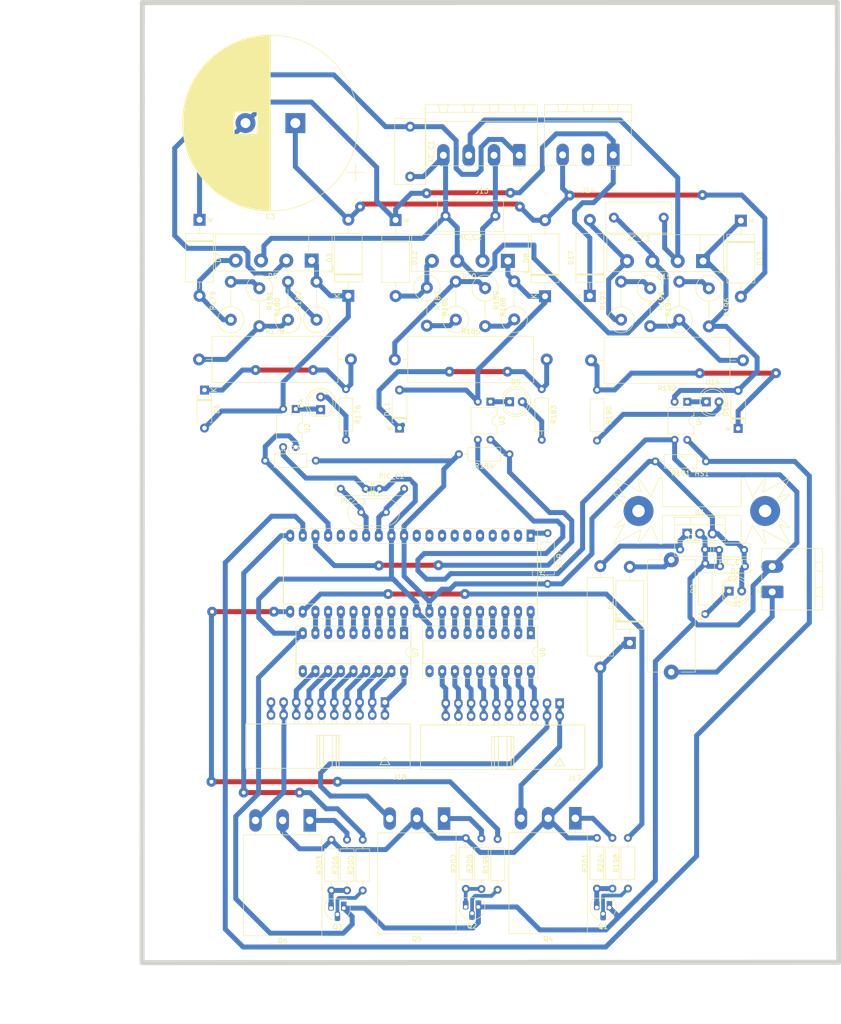
<source format=kicad_pcb>
(kicad_pcb (version 20171130) (host pcbnew "(5.1.6)-1")
  (layers (0 F.Cu signal) (31 B.Cu signal) (34 B.Paste user) (35 F.Paste user) (36 B.SilkS user) (37 F.SilkS user) (38 B.Mask user) (39 F.Mask user) (44 Edge.Cuts user))
  (net 0 "")
  (net 1 /L_R)
  (net 2 /N)
  (net 3 /L_G)
  (net 4 /L_Y)
  (net 5 "Net-(C1-Pad1)")
  (net 6 /GND)
  (net 7 /VCC_5V)
  (net 8 /VDD_12V)
  (net 9 "Net-(D1-Pad2)")
  (net 10 "Net-(D2-Pad1)")
  (net 11 /DC220_-)
  (net 12 "Net-(D3-Pad1)")
  (net 13 "Net-(D4-Pad2)")
  (net 14 "Net-(D4-Pad1)")
  (net 15 "Net-(D5-Pad4)")
  (net 16 "Net-(D6-Pad1)")
  (net 17 /DC220_+)
  (net 18 "Net-(D10-Pad1)")
  (net 19 "Net-(D9-Pad1)")
  (net 20 "Net-(D9-Pad2)")
  (net 21 "Net-(D10-Pad4)")
  (net 22 "Net-(D11-Pad1)")
  (net 23 "Net-(D13-Pad1)")
  (net 24 "Net-(D14-Pad1)")
  (net 25 "Net-(D14-Pad2)")
  (net 26 "Net-(D15-Pad4)")
  (net 27 "Net-(D16-Pad1)")
  (net 28 /V_INPUT_12VDC)
  (net 29 "Net-(J14-Pad2)")
  (net 30 /COM_G_MCU)
  (net 31 /COM_R_MCU)
  (net 32 "Net-(J17-Pad15)")
  (net 33 "Net-(J17-Pad13)")
  (net 34 "Net-(J17-Pad11)")
  (net 35 "Net-(J17-Pad10)")
  (net 36 "Net-(J17-Pad7)")
  (net 37 "Net-(J17-Pad5)")
  (net 38 "Net-(J18-Pad1)")
  (net 39 "Net-(J18-Pad3)")
  (net 40 "Net-(J18-Pad5)")
  (net 41 "Net-(J18-Pad7)")
  (net 42 "Net-(J18-Pad10)")
  (net 43 "Net-(J18-Pad11)")
  (net 44 "Net-(J18-Pad13)")
  (net 45 "Net-(J18-Pad15)")
  (net 46 /COM_Y_MCU)
  (net 47 "Net-(J18-Pad19)")
  (net 48 "Net-(PIC_C2-Pad2)")
  (net 49 "Net-(PIC_C3-Pad2)")
  (net 50 "Net-(Q1-Pad2)")
  (net 51 "Net-(Q1-Pad3)")
  (net 52 "Net-(Q2-Pad3)")
  (net 53 "Net-(Q2-Pad2)")
  (net 54 "Net-(Q3-Pad2)")
  (net 55 "Net-(Q3-Pad3)")
  (net 56 "Net-(Q4-Pad1)")
  (net 57 "Net-(Q5-Pad1)")
  (net 58 "Net-(Q6-Pad1)")
  (net 59 /I-P_signal_R)
  (net 60 "Net-(R178-Pad1)")
  (net 61 "Net-(R179-Pad2)")
  (net 62 "Net-(R181-Pad2)")
  (net 63 /I-P_signal_G)
  (net 64 "Net-(R185-Pad1)")
  (net 65 "Net-(R186-Pad2)")
  (net 66 "Net-(R188-Pad2)")
  (net 67 /I-P_signal_Y)
  (net 68 "Net-(R192-Pad1)")
  (net 69 "Net-(R193-Pad2)")
  (net 70 "Net-(R195-Pad2)")
  (net 71 "Net-(R197-Pad1)")
  (net 72 /COM_SIGNAL_R)
  (net 73 /COM_SIGNAL_G)
  (net 74 /COM_SIGNAL_Y)
  (net 75 "Net-(U5-Pad2)")
  (net 76 "Net-(U5-Pad3)")
  (net 77 /YELLOW)
  (net 78 "Net-(U5-Pad4)")
  (net 79 /g-tens)
  (net 80 "Net-(U5-Pad5)")
  (net 81 /f-tens)
  (net 82 "Net-(U5-Pad6)")
  (net 83 /e-tens)
  (net 84 "Net-(U5-Pad7)")
  (net 85 /d-tens)
  (net 86 "Net-(U5-Pad8)")
  (net 87 /c-tens)
  (net 88 "Net-(U5-Pad9)")
  (net 89 /b-tens)
  (net 90 "Net-(U5-Pad10)")
  (net 91 /a-tens)
  (net 92 /spare-units)
  (net 93 /g-units)
  (net 94 "Net-(U5-Pad15)")
  (net 95 /f-units)
  (net 96 "Net-(U5-Pad16)")
  (net 97 /e-units)
  (net 98 /d-units)
  (net 99 /c-units)
  (net 100 /b-units)
  (net 101 /a-units)
  (net 102 "Net-(U6-Pad10)")
  (net 103 "Net-(U7-Pad10)")
  (net 104 "Net-(J17-Pad19)")
  (net 105 "Net-(J17-Pad17)")
  (module Connector_Phoenix_MSTB:PhoenixContact_MSTBA_2,5_2-G-5,08_1x02_P5.08mm_Horizontal (layer F.Cu) (at 217.425 126.025 90)
    (fp_text reference J15 (at -1.92 -6.99 90) (layer F.SilkS))
    (fp_text value DC12V_I/P)
    (pad 2 thru_hole oval (at 5.08 0 90) (size 2.5 4.5) (drill 1.4) (layers *.Cu *.Mask) (net 6 /GND))
    (pad 1 thru_hole roundrect (at 0 0 90) (size 2.5 4.5) (drill 1.4) (layers *.Cu *.Mask) (roundrect_rratio 0.12) (net 28 /V_INPUT_12VDC))
  )
  (module Connector_Phoenix_MSTB:PhoenixContact_MSTBA_2,5_4-G-5,08_1x04_P5.08mm_Horizontal (layer F.Cu) (at 166.68 38.5 180)
    (fp_text reference J13 (at 7.5 -7.15) (layer F.SilkS))
    (fp_text value COLOR_220_I/P)
    (pad 4 thru_hole oval (at 15.24 0 180) (size 2.5 4.5) (drill 1.4) (layers *.Cu *.Mask) (net 2 /N))
    (pad 3 thru_hole oval (at 10.16 0 180) (size 2.5 4.5) (drill 1.4) (layers *.Cu *.Mask) (net 4 /L_Y))
    (pad 2 thru_hole oval (at 5.08 0 180) (size 2.5 4.5) (drill 1.4) (layers *.Cu *.Mask) (net 3 /L_G))
    (pad 1 thru_hole roundrect (at 0 0 180) (size 2.5 4.5) (drill 1.4) (layers *.Cu *.Mask) (roundrect_rratio 0.12) (net 1 /L_R))
  )
  (module Connector_Phoenix_MSTB:PhoenixContact_MSTBA_2,5_3-G-5,08_1x03_P5.08mm_Horizontal (layer F.Cu) (at 185.525 38.425 180)
    (fp_text reference J14 (at 5 -7.1) (layer F.SilkS))
    (fp_text value DC220V_O/P)
    (pad 3 thru_hole oval (at 10.16 0 180) (size 2.5 4.5) (drill 1.4) (layers *.Cu *.Mask) (net 11 /DC220_-))
    (pad 2 thru_hole oval (at 5.08 0 180) (size 2.5 4.5) (drill 1.4) (layers *.Cu *.Mask) (net 29 "Net-(J14-Pad2)"))
    (pad 1 thru_hole roundrect (at 0 0 180) (size 2.5 4.5) (drill 1.4) (layers *.Cu *.Mask) (roundrect_rratio 0.12) (net 17 /DC220_+))
  )
  (module Heatsink:Heatsink_Fischer_SK104-STC-STIC_35x13mm_2xDrill2.5mm (layer F.Cu) (at 203.3 109.8)
    (fp_text reference HS1 (at 0 -7.5) (layer F.SilkS))
    (fp_text value Heatsink)
    (pad 1 thru_hole circle (at 12.7 0) (size 6 6) (drill 2.5) (layers *.Cu *.Mask))
    (pad 1 thru_hole circle (at -12.7 0 180) (size 6 6) (drill 2.5) (layers *.Cu *.Mask))
  )
  (module Connector_Multicomp:Multicomp_MC9A22-2034_2x10_P2.54mm_Horizontal (layer F.Cu) (at 174.775 148.36 180)
    (fp_text reference J17 (at -3 -15) (layer F.SilkS))
    (fp_text value UNITS_SOCKET)
    (pad 20 thru_hole oval (at 22.86 -2.54 180) (size 1.7 2) (drill 1) (layers *.Cu *.Mask) (net 104 "Net-(J17-Pad19)"))
    (pad 19 thru_hole oval (at 22.86 0 180) (size 1.7 2) (drill 1) (layers *.Cu *.Mask) (net 104 "Net-(J17-Pad19)"))
    (pad 18 thru_hole oval (at 20.32 -2.54 180) (size 1.7 2) (drill 1) (layers *.Cu *.Mask) (net 105 "Net-(J17-Pad17)"))
    (pad 17 thru_hole oval (at 20.32 0 180) (size 1.7 2) (drill 1) (layers *.Cu *.Mask) (net 105 "Net-(J17-Pad17)"))
    (pad 16 thru_hole oval (at 17.78 -2.54 180) (size 1.7 2) (drill 1) (layers *.Cu *.Mask) (net 32 "Net-(J17-Pad15)"))
    (pad 15 thru_hole oval (at 17.78 0 180) (size 1.7 2) (drill 1) (layers *.Cu *.Mask) (net 32 "Net-(J17-Pad15)"))
    (pad 14 thru_hole oval (at 15.24 -2.54 180) (size 1.7 2) (drill 1) (layers *.Cu *.Mask) (net 33 "Net-(J17-Pad13)"))
    (pad 13 thru_hole oval (at 15.24 0 180) (size 1.7 2) (drill 1) (layers *.Cu *.Mask) (net 33 "Net-(J17-Pad13)"))
    (pad 12 thru_hole oval (at 12.7 -2.54 180) (size 1.7 2) (drill 1) (layers *.Cu *.Mask) (net 34 "Net-(J17-Pad11)"))
    (pad 11 thru_hole oval (at 12.7 0 180) (size 1.7 2) (drill 1) (layers *.Cu *.Mask) (net 34 "Net-(J17-Pad11)"))
    (pad 10 thru_hole oval (at 10.16 -2.54 180) (size 1.7 2) (drill 1) (layers *.Cu *.Mask) (net 35 "Net-(J17-Pad10)"))
    (pad 9 thru_hole oval (at 10.16 0 180) (size 1.7 2) (drill 1) (layers *.Cu *.Mask) (net 35 "Net-(J17-Pad10)"))
    (pad 8 thru_hole oval (at 7.62 -2.54 180) (size 1.7 2) (drill 1) (layers *.Cu *.Mask) (net 36 "Net-(J17-Pad7)"))
    (pad 7 thru_hole oval (at 7.62 0 180) (size 1.7 2) (drill 1) (layers *.Cu *.Mask) (net 36 "Net-(J17-Pad7)"))
    (pad 6 thru_hole oval (at 5.08 -2.54 180) (size 1.7 2) (drill 1) (layers *.Cu *.Mask) (net 37 "Net-(J17-Pad5)"))
    (pad 5 thru_hole oval (at 5.08 0 180) (size 1.7 2) (drill 1) (layers *.Cu *.Mask) (net 37 "Net-(J17-Pad5)"))
    (pad 4 thru_hole oval (at 2.54 -2.54 180) (size 1.7 2) (drill 1) (layers *.Cu *.Mask) (net 30 /COM_G_MCU))
    (pad 3 thru_hole oval (at 2.54 0 180) (size 1.7 2) (drill 1) (layers *.Cu *.Mask) (net 30 /COM_G_MCU))
    (pad 2 thru_hole oval (at 0 -2.54 180) (size 1.7 2) (drill 1) (layers *.Cu *.Mask) (net 31 /COM_R_MCU))
    (pad 1 thru_hole rect (at 0 0 180) (size 1.7 2) (drill oval 1) (layers *.Cu *.Mask) (net 31 /COM_R_MCU))
  )
  (module Package_TO_SOT_THT:TO-3P-3_Horizontal_TabDown (layer F.Cu) (at 124.635 171.83 180)
    (fp_text reference Q6 (at 5.45 -24.12) (layer F.SilkS))
    (fp_text value TIP147)
    (pad "" np_thru_hole oval (at 5.45 -18.8 180) (size 3.4 3.4) (drill 3.4) (layers *.Cu *.Mask))
    (pad 1 thru_hole rect (at 0 0 180) (size 2.5 4.5) (drill 1.5) (layers *.Cu *.Mask) (net 58 "Net-(Q6-Pad1)"))
    (pad 2 thru_hole oval (at 5.45 0 180) (size 2.5 4.5) (drill 1.5) (layers *.Cu *.Mask) (net 8 /VDD_12V))
    (pad 3 thru_hole oval (at 10.9 0 180) (size 2.5 4.5) (drill 1.5) (layers *.Cu *.Mask) (net 46 /COM_Y_MCU))
  )
  (module Package_TO_SOT_THT:TO-3P-3_Horizontal_TabDown (layer F.Cu) (at 151.565 171.45 180)
    (fp_text reference Q5 (at 5.45 -24.12) (layer F.SilkS))
    (fp_text value TIP147)
    (pad "" np_thru_hole oval (at 5.45 -18.8 180) (size 3.4 3.4) (drill 3.4) (layers *.Cu *.Mask))
    (pad 1 thru_hole rect (at 0 0 180) (size 2.5 4.5) (drill 1.5) (layers *.Cu *.Mask) (net 57 "Net-(Q5-Pad1)"))
    (pad 2 thru_hole oval (at 5.45 0 180) (size 2.5 4.5) (drill 1.5) (layers *.Cu *.Mask) (net 8 /VDD_12V))
    (pad 3 thru_hole oval (at 10.9 0 180) (size 2.5 4.5) (drill 1.5) (layers *.Cu *.Mask) (net 30 /COM_G_MCU))
  )
  (module Resistor_THT:R_Axial_Power_L25.0mm_W9.0mm_P30.48mm (layer F.Cu) (at 102.405 79.42)
    (fp_text reference R178 (at 15.24 -5.62) (layer F.SilkS))
    (fp_text value 22k/3w-20k/1w)
    (pad 2 thru_hole oval (at 30.48 0) (size 2.4 2.4) (drill 1.2) (layers *.Cu *.Mask) (net 16 "Net-(D6-Pad1)"))
    (pad 1 thru_hole circle (at 0 0) (size 2.4 2.4) (drill 1.2) (layers *.Cu *.Mask) (net 60 "Net-(R178-Pad1)"))
  )
  (module Diode_THT:D_DO-27_P15.24mm_Horizontal (layer F.Cu) (at 132.365 66.67 90)
    (fp_text reference D3 (at 7.62 -3.785 90) (layer F.SilkS))
    (fp_text value 5408/3A)
    (fp_text user K (at 0 -2.2 90) (layer F.SilkS))
    (pad 2 thru_hole oval (at 15.24 0 90) (size 2.4 2.4) (drill 1.2) (layers *.Cu *.Mask) (net 11 /DC220_-))
    (pad 1 thru_hole rect (at 0 0 90) (size 2.4 2.4) (drill 1.2) (layers *.Cu *.Mask) (net 12 "Net-(D3-Pad1)"))
  )
  (module Resistor_THT:R_Axial_DIN0207_L6.3mm_D2.5mm_P10.16mm_Horizontal (layer F.Cu) (at 115.685 99.71)
    (fp_text reference R177 (at 5.08 -2.37) (layer F.SilkS))
    (fp_text value 10K)
    (pad 1 thru_hole circle (at 0 0) (size 1.6 1.6) (drill 0.8) (layers *.Cu *.Mask) (net 59 /I-P_signal_R))
    (pad 2 thru_hole oval (at 10.16 0) (size 1.6 1.6) (drill 0.8) (layers *.Cu *.Mask) (net 7 /VCC_5V))
  )
  (module Diode_THT:Diode_Bridge_Vishay_KBU (layer F.Cu) (at 125.005 59.6 180)
    (fp_text reference D5 (at 7.8 -3.1) (layer F.SilkS))
    (fp_text value KBU808)
    (pad 4 thru_hole circle (at 15.24 0 180) (size 2.8 2.8) (drill 1.4) (layers *.Cu *.Mask) (net 15 "Net-(D5-Pad4)"))
    (pad 3 thru_hole circle (at 10.16 0 180) (size 2.8 2.8) (drill 1.4) (layers *.Cu *.Mask) (net 2 /N))
    (pad 2 thru_hole circle (at 5.08 0 180) (size 2.8 2.8) (drill 1.4) (layers *.Cu *.Mask) (net 1 /L_R))
    (pad 1 thru_hole rect (at 0 0 180) (size 2.8 2.8) (drill 1.4) (layers *.Cu *.Mask) (net 12 "Net-(D3-Pad1)"))
  )
  (module Capacitor_THT:C_Disc_D7.0mm_W2.5mm_P5.00mm (layer F.Cu) (at 138.575 105.35)
    (fp_text reference PIC_C2 (at 2.5 -2.5) (layer F.SilkS))
    (fp_text value 22p\25V)
    (pad 2 thru_hole circle (at 5 0) (size 1.6 1.6) (drill 0.8) (layers *.Cu *.Mask) (net 48 "Net-(PIC_C2-Pad2)"))
    (pad 1 thru_hole circle (at 0 0) (size 1.6 1.6) (drill 0.8) (layers *.Cu *.Mask) (net 6 /GND))
  )
  (module Capacitor_THT:C_Disc_D7.0mm_W2.5mm_P5.00mm (layer F.Cu) (at 135.855 105.36 180)
    (fp_text reference PIC_C3 (at 2.5 -2.5) (layer F.SilkS))
    (fp_text value 22p\25V)
    (pad 1 thru_hole circle (at 0 0 180) (size 1.6 1.6) (drill 0.8) (layers *.Cu *.Mask) (net 6 /GND))
    (pad 2 thru_hole circle (at 5 0 180) (size 1.6 1.6) (drill 0.8) (layers *.Cu *.Mask) (net 49 "Net-(PIC_C3-Pad2)"))
  )
  (module Crystal:Resonator-2Pin_W10.0mm_H5.0mm (layer F.Cu) (at 134.945 110.05)
    (fp_text reference Y51 (at 2.5 -3.7) (layer F.SilkS))
    (fp_text value Crystal_Small)
    (pad 1 thru_hole circle (at 0 0) (size 1.5 1.5) (drill 0.8) (layers *.Cu *.Mask) (net 49 "Net-(PIC_C3-Pad2)"))
    (pad 2 thru_hole circle (at 5 0) (size 1.5 1.5) (drill 0.8) (layers *.Cu *.Mask) (net 48 "Net-(PIC_C2-Pad2)"))
  )
  (module Capacitor_THT:C_Disc_D7.0mm_W2.5mm_P5.00mm (layer F.Cu) (at 211.79 117.615 180)
    (fp_text reference PIC_C1 (at 2.5 -2.5) (layer F.SilkS))
    (fp_text value 104\25V)
    (pad 1 thru_hole circle (at 0 0 180) (size 1.6 1.6) (drill 0.8) (layers *.Cu *.Mask) (net 7 /VCC_5V))
    (pad 2 thru_hole circle (at 5 0 180) (size 1.6 1.6) (drill 0.8) (layers *.Cu *.Mask) (net 6 /GND))
  )
  (module Resistor_THT:R_Axial_DIN0207_L6.3mm_D2.5mm_P10.16mm_Horizontal (layer F.Cu) (at 132.105 185.86 90)
    (fp_text reference R206 (at 5.08 -2.37 90) (layer F.SilkS))
    (fp_text value 332R)
    (pad 1 thru_hole circle (at 0 0 90) (size 1.6 1.6) (drill 0.8) (layers *.Cu *.Mask) (net 55 "Net-(Q3-Pad3)"))
    (pad 2 thru_hole oval (at 10.16 0 90) (size 1.6 1.6) (drill 0.8) (layers *.Cu *.Mask) (net 58 "Net-(Q6-Pad1)"))
  )
  (module Resistor_THT:R_Axial_DIN0207_L6.3mm_D2.5mm_P10.16mm_Horizontal (layer F.Cu) (at 182.245 185.5 90)
    (fp_text reference R201 (at 5.08 -2.37 90) (layer F.SilkS))
    (fp_text value 10K)
    (pad 1 thru_hole circle (at 0 0 90) (size 1.6 1.6) (drill 0.8) (layers *.Cu *.Mask) (net 51 "Net-(Q1-Pad3)"))
    (pad 2 thru_hole oval (at 10.16 0 90) (size 1.6 1.6) (drill 0.8) (layers *.Cu *.Mask) (net 8 /VDD_12V))
  )
  (module Resistor_THT:R_Axial_DIN0207_L6.3mm_D2.5mm_P10.16mm_Horizontal (layer F.Cu) (at 128.975 185.87 90)
    (fp_text reference R203 (at 5.08 -2.37 90) (layer F.SilkS))
    (fp_text value 10K)
    (pad 1 thru_hole circle (at 0 0 90) (size 1.6 1.6) (drill 0.8) (layers *.Cu *.Mask) (net 55 "Net-(Q3-Pad3)"))
    (pad 2 thru_hole oval (at 10.16 0 90) (size 1.6 1.6) (drill 0.8) (layers *.Cu *.Mask) (net 8 /VDD_12V))
  )
  (module Diode_THT:D_DO-27_P15.24mm_Horizontal (layer F.Cu) (at 188.85 136.245 90)
    (fp_text reference D1 (at 7.62 -3.785 90) (layer F.SilkS))
    (fp_text value 5408/3A)
    (fp_text user K (at 0 -2.2 90) (layer F.SilkS))
    (pad 1 thru_hole rect (at 0 0 90) (size 2.4 2.4) (drill 1.2) (layers *.Cu *.Mask) (net 8 /VDD_12V))
    (pad 2 thru_hole oval (at 15.24 0 90) (size 2.4 2.4) (drill 1.2) (layers *.Cu *.Mask) (net 9 "Net-(D1-Pad2)"))
  )
  (module Diode_THT:Diode_Bridge_Vishay_KBU (layer F.Cu) (at 203.545 59.71 180)
    (fp_text reference D15 (at 7.8 -3.1) (layer F.SilkS))
    (fp_text value KBU808)
    (pad 4 thru_hole circle (at 15.24 0 180) (size 2.8 2.8) (drill 1.4) (layers *.Cu *.Mask) (net 26 "Net-(D15-Pad4)"))
    (pad 3 thru_hole circle (at 10.16 0 180) (size 2.8 2.8) (drill 1.4) (layers *.Cu *.Mask) (net 2 /N))
    (pad 2 thru_hole circle (at 5.08 0 180) (size 2.8 2.8) (drill 1.4) (layers *.Cu *.Mask) (net 4 /L_Y))
    (pad 1 thru_hole rect (at 0 0 180) (size 2.8 2.8) (drill 1.4) (layers *.Cu *.Mask) (net 23 "Net-(D13-Pad1)"))
  )
  (module Resistor_THT:R_Axial_DIN0516_L15.5mm_D5.0mm_P7.62mm_Vertical (layer F.Cu) (at 153.935 71.44 90)
    (fp_text reference R187 (at 3.81 -3.62 90) (layer F.SilkS))
    (fp_text value 2.2k/2w)
    (pad 2 thru_hole oval (at 7.62 0 90) (size 2.4 2.4) (drill 1.2) (layers *.Cu *.Mask) (net 64 "Net-(R185-Pad1)"))
    (pad 1 thru_hole circle (at 0 0 90) (size 2.4 2.4) (drill 1.2) (layers *.Cu *.Mask) (net 65 "Net-(R186-Pad2)"))
  )
  (module Resistor_THT:R_Axial_DIN0516_L15.5mm_D5.0mm_P20.32mm_Horizontal (layer F.Cu) (at 182.92 120.855 270)
    (fp_text reference R1 (at 10.16 -3.62 90) (layer F.SilkS))
    (fp_text value 10R-500mA-3WATT/20R-250mA2-WATT)
    (pad 1 thru_hole circle (at 0 0 270) (size 2.4 2.4) (drill 1.2) (layers *.Cu *.Mask) (net 5 "Net-(C1-Pad1)"))
    (pad 2 thru_hole oval (at 20.32 0 270) (size 2.4 2.4) (drill 1.2) (layers *.Cu *.Mask) (net 8 /VDD_12V))
  )
  (module Capacitor_THT:C_Disc_D7.0mm_W2.5mm_P5.00mm (layer F.Cu) (at 198.94 117.525)
    (fp_text reference C1 (at 2.5 -2.5) (layer F.SilkS))
    (fp_text value .33UF/25V)
    (pad 1 thru_hole circle (at 0 0) (size 1.6 1.6) (drill 0.8) (layers *.Cu *.Mask) (net 5 "Net-(C1-Pad1)"))
    (pad 2 thru_hole circle (at 5 0) (size 1.6 1.6) (drill 0.8) (layers *.Cu *.Mask) (net 6 /GND))
  )
  (module Capacitor_THT:C_Disc_D7.0mm_W2.5mm_P5.00mm (layer F.Cu) (at 211.96 120.895 180)
    (fp_text reference C2 (at 2.5 -2.5) (layer F.SilkS))
    (fp_text value .1UF/25V)
    (pad 2 thru_hole circle (at 5 0 180) (size 1.6 1.6) (drill 0.8) (layers *.Cu *.Mask) (net 6 /GND))
    (pad 1 thru_hole circle (at 0 0 180) (size 1.6 1.6) (drill 0.8) (layers *.Cu *.Mask) (net 7 /VCC_5V))
  )
  (module LED_THT:LED_D5.0mm (layer F.Cu) (at 208.77 125.855)
    (fp_text reference D2 (at 1.27 -3.96) (layer F.SilkS))
    (fp_text value LED_RED)
    (pad 1 thru_hole rect (at 0 0) (size 1.8 1.8) (drill 0.9) (layers *.Cu *.Mask) (net 10 "Net-(D2-Pad1)"))
    (pad 2 thru_hole circle (at 2.54 0) (size 1.8 1.8) (drill 0.9) (layers *.Cu *.Mask) (net 7 /VCC_5V))
  )
  (module Fuse:Fuseholder_Cylinder-5x20mm_Schurter_0031_8201_Horizontal_Open (layer F.Cu) (at 197.17 119.595 270)
    (fp_text reference F1 (at 11.25 -6 90) (layer F.SilkS))
    (fp_text value 1A)
    (pad 1 thru_hole circle (at 0 0 270) (size 3 3) (drill 1.3) (layers *.Cu *.Mask) (net 9 "Net-(D1-Pad2)"))
    (pad 2 thru_hole circle (at 22.5 0 270) (size 3 3) (drill 1.3) (layers *.Cu *.Mask) (net 28 /V_INPUT_12VDC))
    (pad "" np_thru_hole circle (at 11.25 0 270) (size 2.7 2.7) (drill 2.7) (layers *.Cu *.Mask))
  )
  (module Connector_Multicomp:Multicomp_MC9A22-2034_2x10_P2.54mm_Horizontal (layer F.Cu) (at 139.705 148.15 180)
    (fp_text reference J18 (at -3 -15) (layer F.SilkS))
    (fp_text value TENS_SOCKET)
    (pad 1 thru_hole rect (at 0 0 180) (size 1.7 2) (drill oval 1) (layers *.Cu *.Mask) (net 38 "Net-(J18-Pad1)"))
    (pad 2 thru_hole oval (at 0 -2.54 180) (size 1.7 2) (drill 1) (layers *.Cu *.Mask) (net 38 "Net-(J18-Pad1)"))
    (pad 3 thru_hole oval (at 2.54 0 180) (size 1.7 2) (drill 1) (layers *.Cu *.Mask) (net 39 "Net-(J18-Pad3)"))
    (pad 4 thru_hole oval (at 2.54 -2.54 180) (size 1.7 2) (drill 1) (layers *.Cu *.Mask) (net 39 "Net-(J18-Pad3)"))
    (pad 5 thru_hole oval (at 5.08 0 180) (size 1.7 2) (drill 1) (layers *.Cu *.Mask) (net 40 "Net-(J18-Pad5)"))
    (pad 6 thru_hole oval (at 5.08 -2.54 180) (size 1.7 2) (drill 1) (layers *.Cu *.Mask) (net 40 "Net-(J18-Pad5)"))
    (pad 7 thru_hole oval (at 7.62 0 180) (size 1.7 2) (drill 1) (layers *.Cu *.Mask) (net 41 "Net-(J18-Pad7)"))
    (pad 8 thru_hole oval (at 7.62 -2.54 180) (size 1.7 2) (drill 1) (layers *.Cu *.Mask) (net 41 "Net-(J18-Pad7)"))
    (pad 9 thru_hole oval (at 10.16 0 180) (size 1.7 2) (drill 1) (layers *.Cu *.Mask) (net 42 "Net-(J18-Pad10)"))
    (pad 10 thru_hole oval (at 10.16 -2.54 180) (size 1.7 2) (drill 1) (layers *.Cu *.Mask) (net 42 "Net-(J18-Pad10)"))
    (pad 11 thru_hole oval (at 12.7 0 180) (size 1.7 2) (drill 1) (layers *.Cu *.Mask) (net 43 "Net-(J18-Pad11)"))
    (pad 12 thru_hole oval (at 12.7 -2.54 180) (size 1.7 2) (drill 1) (layers *.Cu *.Mask) (net 43 "Net-(J18-Pad11)"))
    (pad 13 thru_hole oval (at 15.24 0 180) (size 1.7 2) (drill 1) (layers *.Cu *.Mask) (net 44 "Net-(J18-Pad13)"))
    (pad 14 thru_hole oval (at 15.24 -2.54 180) (size 1.7 2) (drill 1) (layers *.Cu *.Mask) (net 44 "Net-(J18-Pad13)"))
    (pad 15 thru_hole oval (at 17.78 0 180) (size 1.7 2) (drill 1) (layers *.Cu *.Mask) (net 45 "Net-(J18-Pad15)"))
    (pad 16 thru_hole oval (at 17.78 -2.54 180) (size 1.7 2) (drill 1) (layers *.Cu *.Mask) (net 45 "Net-(J18-Pad15)"))
    (pad 17 thru_hole oval (at 20.32 0 180) (size 1.7 2) (drill 1) (layers *.Cu *.Mask) (net 46 /COM_Y_MCU))
    (pad 18 thru_hole oval (at 20.32 -2.54 180) (size 1.7 2) (drill 1) (layers *.Cu *.Mask) (net 46 /COM_Y_MCU))
    (pad 19 thru_hole oval (at 22.86 0 180) (size 1.7 2) (drill 1) (layers *.Cu *.Mask) (net 47 "Net-(J18-Pad19)"))
    (pad 20 thru_hole oval (at 22.86 -2.54 180) (size 1.7 2) (drill 1) (layers *.Cu *.Mask) (net 47 "Net-(J18-Pad19)"))
  )
  (module Package_TO_SOT_THT:TO-92L_HandSolder (layer F.Cu) (at 184.755 189.29 180)
    (fp_text reference Q1 (at 1.27 -3.8) (layer F.SilkS))
    (fp_text value 2N2222)
    (pad 2 thru_hole roundrect (at 1.27 -1.27 180) (size 1.1 1.8) (drill 0.75 (offset 0 -0.4)) (layers *.Cu *.Mask) (net 50 "Net-(Q1-Pad2)"))
    (pad 3 thru_hole roundrect (at 2.54 0 180) (size 1.1 1.8) (drill 0.75 (offset 0 0.4)) (layers *.Cu *.Mask) (net 51 "Net-(Q1-Pad3)"))
    (pad 1 thru_hole rect (at 0 0 180) (size 1.1 1.8) (drill 0.75 (offset 0 0.4)) (layers *.Cu *.Mask) (net 6 /GND))
  )
  (module Package_TO_SOT_THT:TO-92L_HandSolder (layer F.Cu) (at 158.455 189.18 180)
    (fp_text reference Q2 (at 1.27 -3.8) (layer F.SilkS))
    (fp_text value 2N2222)
    (pad 2 thru_hole roundrect (at 1.27 -1.27 180) (size 1.1 1.8) (drill 0.75 (offset 0 -0.4)) (layers *.Cu *.Mask) (net 53 "Net-(Q2-Pad2)"))
    (pad 3 thru_hole roundrect (at 2.54 0 180) (size 1.1 1.8) (drill 0.75 (offset 0 0.4)) (layers *.Cu *.Mask) (net 52 "Net-(Q2-Pad3)"))
    (pad 1 thru_hole rect (at 0 0 180) (size 1.1 1.8) (drill 0.75 (offset 0 0.4)) (layers *.Cu *.Mask) (net 6 /GND))
  )
  (module Package_TO_SOT_THT:TO-92L_HandSolder (layer F.Cu) (at 131.445 189.41 180)
    (fp_text reference Q3 (at 1.27 -3.8) (layer F.SilkS))
    (fp_text value 2N2222)
    (pad 1 thru_hole rect (at 0 0 180) (size 1.1 1.8) (drill 0.75 (offset 0 0.4)) (layers *.Cu *.Mask) (net 6 /GND))
    (pad 3 thru_hole roundrect (at 2.54 0 180) (size 1.1 1.8) (drill 0.75 (offset 0 0.4)) (layers *.Cu *.Mask) (net 55 "Net-(Q3-Pad3)"))
    (pad 2 thru_hole roundrect (at 1.27 -1.27 180) (size 1.1 1.8) (drill 0.75 (offset 0 -0.4)) (layers *.Cu *.Mask) (net 54 "Net-(Q3-Pad2)"))
  )
  (module Package_TO_SOT_THT:TO-3P-3_Horizontal_TabDown (layer F.Cu) (at 177.915 171.4 180)
    (fp_text reference Q4 (at 5.45 -24.12) (layer F.SilkS))
    (fp_text value TIP147)
    (pad 3 thru_hole oval (at 10.9 0 180) (size 2.5 4.5) (drill 1.5) (layers *.Cu *.Mask) (net 31 /COM_R_MCU))
    (pad 2 thru_hole oval (at 5.45 0 180) (size 2.5 4.5) (drill 1.5) (layers *.Cu *.Mask) (net 8 /VDD_12V))
    (pad 1 thru_hole rect (at 0 0 180) (size 2.5 4.5) (drill 1.5) (layers *.Cu *.Mask) (net 56 "Net-(Q4-Pad1)"))
    (pad "" np_thru_hole oval (at 5.45 -18.8 180) (size 3.4 3.4) (drill 3.4) (layers *.Cu *.Mask))
  )
  (module Resistor_THT:R_Axial_DIN0207_L6.3mm_D2.5mm_P10.16mm_Horizontal (layer F.Cu) (at 203.99 130.475 90)
    (fp_text reference R2 (at 5.08 -2.37 90) (layer F.SilkS))
    (fp_text value 220R)
    (pad 2 thru_hole oval (at 10.16 0 90) (size 1.6 1.6) (drill 0.8) (layers *.Cu *.Mask) (net 6 /GND))
    (pad 1 thru_hole circle (at 0 0 90) (size 1.6 1.6) (drill 0.8) (layers *.Cu *.Mask) (net 10 "Net-(D2-Pad1)"))
  )
  (module Resistor_THT:R_Axial_DIN0207_L6.3mm_D2.5mm_P10.16mm_Horizontal (layer F.Cu) (at 172.345 114.25 270)
    (fp_text reference R197 (at 5.08 -2.37 90) (layer F.SilkS))
    (fp_text value 10K)
    (pad 2 thru_hole oval (at 10.16 0 270) (size 1.6 1.6) (drill 0.8) (layers *.Cu *.Mask) (net 7 /VCC_5V))
    (pad 1 thru_hole circle (at 0 0 270) (size 1.6 1.6) (drill 0.8) (layers *.Cu *.Mask) (net 71 "Net-(R197-Pad1)"))
  )
  (module Resistor_THT:R_Axial_DIN0207_L6.3mm_D2.5mm_P10.16mm_Horizontal (layer F.Cu) (at 188.475 185.5 90)
    (fp_text reference R198 (at 5.08 -2.37 90) (layer F.SilkS))
    (fp_text value 1K)
    (pad 2 thru_hole oval (at 10.16 0 90) (size 1.6 1.6) (drill 0.8) (layers *.Cu *.Mask) (net 72 /COM_SIGNAL_R))
    (pad 1 thru_hole circle (at 0 0 90) (size 1.6 1.6) (drill 0.8) (layers *.Cu *.Mask) (net 50 "Net-(Q1-Pad2)"))
  )
  (module Resistor_THT:R_Axial_DIN0207_L6.3mm_D2.5mm_P10.16mm_Horizontal (layer F.Cu) (at 162.325 185.73 90)
    (fp_text reference R199 (at 5.08 -2.37 90) (layer F.SilkS))
    (fp_text value 1K)
    (pad 1 thru_hole circle (at 0 0 90) (size 1.6 1.6) (drill 0.8) (layers *.Cu *.Mask) (net 53 "Net-(Q2-Pad2)"))
    (pad 2 thru_hole oval (at 10.16 0 90) (size 1.6 1.6) (drill 0.8) (layers *.Cu *.Mask) (net 73 /COM_SIGNAL_G))
  )
  (module Resistor_THT:R_Axial_DIN0207_L6.3mm_D2.5mm_P10.16mm_Horizontal (layer F.Cu) (at 135.255 185.87 90)
    (fp_text reference R200 (at 5.08 -2.37 90) (layer F.SilkS))
    (fp_text value 1K)
    (pad 1 thru_hole circle (at 0 0 90) (size 1.6 1.6) (drill 0.8) (layers *.Cu *.Mask) (net 54 "Net-(Q3-Pad2)"))
    (pad 2 thru_hole oval (at 10.16 0 90) (size 1.6 1.6) (drill 0.8) (layers *.Cu *.Mask) (net 74 /COM_SIGNAL_Y))
  )
  (module Resistor_THT:R_Axial_DIN0207_L6.3mm_D2.5mm_P10.16mm_Horizontal (layer F.Cu) (at 155.945 185.55 90)
    (fp_text reference R202 (at 5.08 -2.37 90) (layer F.SilkS))
    (fp_text value 10K)
    (pad 1 thru_hole circle (at 0 0 90) (size 1.6 1.6) (drill 0.8) (layers *.Cu *.Mask) (net 52 "Net-(Q2-Pad3)"))
    (pad 2 thru_hole oval (at 10.16 0 90) (size 1.6 1.6) (drill 0.8) (layers *.Cu *.Mask) (net 8 /VDD_12V))
  )
  (module Resistor_THT:R_Axial_DIN0207_L6.3mm_D2.5mm_P10.16mm_Horizontal (layer F.Cu) (at 185.355 185.5 90)
    (fp_text reference R204 (at 5.08 -2.37 90) (layer F.SilkS))
    (fp_text value 332R)
    (pad 2 thru_hole oval (at 10.16 0 90) (size 1.6 1.6) (drill 0.8) (layers *.Cu *.Mask) (net 56 "Net-(Q4-Pad1)"))
    (pad 1 thru_hole circle (at 0 0 90) (size 1.6 1.6) (drill 0.8) (layers *.Cu *.Mask) (net 51 "Net-(Q1-Pad3)"))
  )
  (module Resistor_THT:R_Axial_DIN0207_L6.3mm_D2.5mm_P10.16mm_Horizontal (layer F.Cu) (at 159.075 185.58 90)
    (fp_text reference R205 (at 5.08 -2.37 90) (layer F.SilkS))
    (fp_text value 332R)
    (pad 2 thru_hole oval (at 10.16 0 90) (size 1.6 1.6) (drill 0.8) (layers *.Cu *.Mask) (net 57 "Net-(Q5-Pad1)"))
    (pad 1 thru_hole circle (at 0 0 90) (size 1.6 1.6) (drill 0.8) (layers *.Cu *.Mask) (net 52 "Net-(Q2-Pad3)"))
  )
  (module Package_TO_SOT_THT:TO-220-3_Vertical (layer F.Cu) (at 200.36 114.335)
    (fp_text reference U1 (at 2.54 -4.27) (layer F.SilkS))
    (fp_text value LM7805_TO220)
    (pad 1 thru_hole rect (at 0 0) (size 1.905 2) (drill 1.1) (layers *.Cu *.Mask) (net 5 "Net-(C1-Pad1)"))
    (pad 2 thru_hole oval (at 2.54 0) (size 1.905 2) (drill 1.1) (layers *.Cu *.Mask) (net 6 /GND))
    (pad 3 thru_hole oval (at 5.08 0) (size 1.905 2) (drill 1.1) (layers *.Cu *.Mask) (net 7 /VCC_5V))
  )
  (module Package_DIP:DIP-40_W15.24mm_Socket_LongPads (layer F.Cu) (at 168.955 114.75 270)
    (fp_text reference U5 (at 7.62 -2.33 90) (layer F.SilkS))
    (fp_text value PIC16F877A-IP)
    (pad 1 thru_hole rect (at 0 0 270) (size 2.4 1.6) (drill 0.8) (layers *.Cu *.Mask) (net 71 "Net-(R197-Pad1)"))
    (pad 21 thru_hole oval (at 15.24 48.26 270) (size 2.4 1.6) (drill 0.8) (layers *.Cu *.Mask) (net 73 /COM_SIGNAL_G))
    (pad 2 thru_hole oval (at 0 2.54 270) (size 2.4 1.6) (drill 0.8) (layers *.Cu *.Mask) (net 75 "Net-(U5-Pad2)"))
    (pad 22 thru_hole oval (at 15.24 45.72 270) (size 2.4 1.6) (drill 0.8) (layers *.Cu *.Mask) (net 72 /COM_SIGNAL_R))
    (pad 3 thru_hole oval (at 0 5.08 270) (size 2.4 1.6) (drill 0.8) (layers *.Cu *.Mask) (net 76 "Net-(U5-Pad3)"))
    (pad 23 thru_hole oval (at 15.24 43.18 270) (size 2.4 1.6) (drill 0.8) (layers *.Cu *.Mask) (net 77 /YELLOW))
    (pad 4 thru_hole oval (at 0 7.62 270) (size 2.4 1.6) (drill 0.8) (layers *.Cu *.Mask) (net 78 "Net-(U5-Pad4)"))
    (pad 24 thru_hole oval (at 15.24 40.64 270) (size 2.4 1.6) (drill 0.8) (layers *.Cu *.Mask) (net 79 /g-tens))
    (pad 5 thru_hole oval (at 0 10.16 270) (size 2.4 1.6) (drill 0.8) (layers *.Cu *.Mask) (net 80 "Net-(U5-Pad5)"))
    (pad 25 thru_hole oval (at 15.24 38.1 270) (size 2.4 1.6) (drill 0.8) (layers *.Cu *.Mask) (net 81 /f-tens))
    (pad 6 thru_hole oval (at 0 12.7 270) (size 2.4 1.6) (drill 0.8) (layers *.Cu *.Mask) (net 82 "Net-(U5-Pad6)"))
    (pad 26 thru_hole oval (at 15.24 35.56 270) (size 2.4 1.6) (drill 0.8) (layers *.Cu *.Mask) (net 83 /e-tens))
    (pad 7 thru_hole oval (at 0 15.24 270) (size 2.4 1.6) (drill 0.8) (layers *.Cu *.Mask) (net 84 "Net-(U5-Pad7)"))
    (pad 27 thru_hole oval (at 15.24 33.02 270) (size 2.4 1.6) (drill 0.8) (layers *.Cu *.Mask) (net 85 /d-tens))
    (pad 8 thru_hole oval (at 0 17.78 270) (size 2.4 1.6) (drill 0.8) (layers *.Cu *.Mask) (net 86 "Net-(U5-Pad8)"))
    (pad 28 thru_hole oval (at 15.24 30.48 270) (size 2.4 1.6) (drill 0.8) (layers *.Cu *.Mask) (net 87 /c-tens))
    (pad 9 thru_hole oval (at 0 20.32 270) (size 2.4 1.6) (drill 0.8) (layers *.Cu *.Mask) (net 88 "Net-(U5-Pad9)"))
    (pad 29 thru_hole oval (at 15.24 27.94 270) (size 2.4 1.6) (drill 0.8) (layers *.Cu *.Mask) (net 89 /b-tens))
    (pad 10 thru_hole oval (at 0 22.86 270) (size 2.4 1.6) (drill 0.8) (layers *.Cu *.Mask) (net 90 "Net-(U5-Pad10)"))
    (pad 30 thru_hole oval (at 15.24 25.4 270) (size 2.4 1.6) (drill 0.8) (layers *.Cu *.Mask) (net 91 /a-tens))
    (pad 11 thru_hole oval (at 0 25.4 270) (size 2.4 1.6) (drill 0.8) (layers *.Cu *.Mask) (net 7 /VCC_5V))
    (pad 31 thru_hole oval (at 15.24 22.86 270) (size 2.4 1.6) (drill 0.8) (layers *.Cu *.Mask) (net 6 /GND))
    (pad 12 thru_hole oval (at 0 27.94 270) (size 2.4 1.6) (drill 0.8) (layers *.Cu *.Mask) (net 6 /GND))
    (pad 32 thru_hole oval (at 15.24 20.32 270) (size 2.4 1.6) (drill 0.8) (layers *.Cu *.Mask) (net 7 /VCC_5V))
    (pad 13 thru_hole oval (at 0 30.48 270) (size 2.4 1.6) (drill 0.8) (layers *.Cu *.Mask) (net 48 "Net-(PIC_C2-Pad2)"))
    (pad 33 thru_hole oval (at 15.24 17.78 270) (size 2.4 1.6) (drill 0.8) (layers *.Cu *.Mask) (net 92 /spare-units))
    (pad 14 thru_hole oval (at 0 33.02 270) (size 2.4 1.6) (drill 0.8) (layers *.Cu *.Mask) (net 49 "Net-(PIC_C3-Pad2)"))
    (pad 34 thru_hole oval (at 15.24 15.24 270) (size 2.4 1.6) (drill 0.8) (layers *.Cu *.Mask) (net 93 /g-units))
    (pad 15 thru_hole oval (at 0 35.56 270) (size 2.4 1.6) (drill 0.8) (layers *.Cu *.Mask) (net 94 "Net-(U5-Pad15)"))
    (pad 35 thru_hole oval (at 15.24 12.7 270) (size 2.4 1.6) (drill 0.8) (layers *.Cu *.Mask) (net 95 /f-units))
    (pad 16 thru_hole oval (at 0 38.1 270) (size 2.4 1.6) (drill 0.8) (layers *.Cu *.Mask) (net 96 "Net-(U5-Pad16)"))
    (pad 36 thru_hole oval (at 15.24 10.16 270) (size 2.4 1.6) (drill 0.8) (layers *.Cu *.Mask) (net 97 /e-units))
    (pad 17 thru_hole oval (at 0 40.64 270) (size 2.4 1.6) (drill 0.8) (layers *.Cu *.Mask) (net 59 /I-P_signal_R))
    (pad 37 thru_hole oval (at 15.24 7.62 270) (size 2.4 1.6) (drill 0.8) (layers *.Cu *.Mask) (net 98 /d-units))
    (pad 18 thru_hole oval (at 0 43.18 270) (size 2.4 1.6) (drill 0.8) (layers *.Cu *.Mask) (net 63 /I-P_signal_G))
    (pad 38 thru_hole oval (at 15.24 5.08 270) (size 2.4 1.6) (drill 0.8) (layers *.Cu *.Mask) (net 99 /c-units))
    (pad 19 thru_hole oval (at 0 45.72 270) (size 2.4 1.6) (drill 0.8) (layers *.Cu *.Mask) (net 67 /I-P_signal_Y))
    (pad 39 thru_hole oval (at 15.24 2.54 270) (size 2.4 1.6) (drill 0.8) (layers *.Cu *.Mask) (net 100 /b-units))
    (pad 20 thru_hole oval (at 0 48.26 270) (size 2.4 1.6) (drill 0.8) (layers *.Cu *.Mask) (net 74 /COM_SIGNAL_Y))
    (pad 40 thru_hole oval (at 15.24 0 270) (size 2.4 1.6) (drill 0.8) (layers *.Cu *.Mask) (net 101 /a-units))
  )
  (module Package_DIP:DIP-18_W7.62mm_Socket_LongPads (layer F.Cu) (at 168.985 134.3 270)
    (fp_text reference U6 (at 3.81 -2.33 90) (layer F.SilkS))
    (fp_text value ULN2803A)
    (pad 18 thru_hole oval (at 7.62 0 270) (size 2.4 1.6) (drill 0.8) (layers *.Cu *.Mask) (net 37 "Net-(J17-Pad5)"))
    (pad 9 thru_hole oval (at 0 20.32 270) (size 2.4 1.6) (drill 0.8) (layers *.Cu *.Mask) (net 6 /GND))
    (pad 17 thru_hole oval (at 7.62 2.54 270) (size 2.4 1.6) (drill 0.8) (layers *.Cu *.Mask) (net 36 "Net-(J17-Pad7)"))
    (pad 8 thru_hole oval (at 0 17.78 270) (size 2.4 1.6) (drill 0.8) (layers *.Cu *.Mask) (net 92 /spare-units))
    (pad 16 thru_hole oval (at 7.62 5.08 270) (size 2.4 1.6) (drill 0.8) (layers *.Cu *.Mask) (net 35 "Net-(J17-Pad10)"))
    (pad 7 thru_hole oval (at 0 15.24 270) (size 2.4 1.6) (drill 0.8) (layers *.Cu *.Mask) (net 93 /g-units))
    (pad 15 thru_hole oval (at 7.62 7.62 270) (size 2.4 1.6) (drill 0.8) (layers *.Cu *.Mask) (net 34 "Net-(J17-Pad11)"))
    (pad 6 thru_hole oval (at 0 12.7 270) (size 2.4 1.6) (drill 0.8) (layers *.Cu *.Mask) (net 95 /f-units))
    (pad 14 thru_hole oval (at 7.62 10.16 270) (size 2.4 1.6) (drill 0.8) (layers *.Cu *.Mask) (net 33 "Net-(J17-Pad13)"))
    (pad 5 thru_hole oval (at 0 10.16 270) (size 2.4 1.6) (drill 0.8) (layers *.Cu *.Mask) (net 97 /e-units))
    (pad 13 thru_hole oval (at 7.62 12.7 270) (size 2.4 1.6) (drill 0.8) (layers *.Cu *.Mask) (net 32 "Net-(J17-Pad15)"))
    (pad 4 thru_hole oval (at 0 7.62 270) (size 2.4 1.6) (drill 0.8) (layers *.Cu *.Mask) (net 98 /d-units))
    (pad 12 thru_hole oval (at 7.62 15.24 270) (size 2.4 1.6) (drill 0.8) (layers *.Cu *.Mask) (net 105 "Net-(J17-Pad17)"))
    (pad 3 thru_hole oval (at 0 5.08 270) (size 2.4 1.6) (drill 0.8) (layers *.Cu *.Mask) (net 99 /c-units))
    (pad 11 thru_hole oval (at 7.62 17.78 270) (size 2.4 1.6) (drill 0.8) (layers *.Cu *.Mask) (net 104 "Net-(J17-Pad19)"))
    (pad 2 thru_hole oval (at 0 2.54 270) (size 2.4 1.6) (drill 0.8) (layers *.Cu *.Mask) (net 100 /b-units))
    (pad 10 thru_hole oval (at 7.62 20.32 270) (size 2.4 1.6) (drill 0.8) (layers *.Cu *.Mask) (net 102 "Net-(U6-Pad10)"))
    (pad 1 thru_hole rect (at 0 0 270) (size 2.4 1.6) (drill 0.8) (layers *.Cu *.Mask) (net 101 /a-units))
  )
  (module Package_DIP:DIP-18_W7.62mm_Socket_LongPads (layer F.Cu) (at 143.555 134.3 270)
    (fp_text reference U7 (at 3.81 -2.33 90) (layer F.SilkS))
    (fp_text value ULN2803A)
    (pad 1 thru_hole rect (at 0 0 270) (size 2.4 1.6) (drill 0.8) (layers *.Cu *.Mask) (net 91 /a-tens))
    (pad 10 thru_hole oval (at 7.62 20.32 270) (size 2.4 1.6) (drill 0.8) (layers *.Cu *.Mask) (net 103 "Net-(U7-Pad10)"))
    (pad 2 thru_hole oval (at 0 2.54 270) (size 2.4 1.6) (drill 0.8) (layers *.Cu *.Mask) (net 89 /b-tens))
    (pad 11 thru_hole oval (at 7.62 17.78 270) (size 2.4 1.6) (drill 0.8) (layers *.Cu *.Mask) (net 45 "Net-(J18-Pad15)"))
    (pad 3 thru_hole oval (at 0 5.08 270) (size 2.4 1.6) (drill 0.8) (layers *.Cu *.Mask) (net 87 /c-tens))
    (pad 12 thru_hole oval (at 7.62 15.24 270) (size 2.4 1.6) (drill 0.8) (layers *.Cu *.Mask) (net 44 "Net-(J18-Pad13)"))
    (pad 4 thru_hole oval (at 0 7.62 270) (size 2.4 1.6) (drill 0.8) (layers *.Cu *.Mask) (net 85 /d-tens))
    (pad 13 thru_hole oval (at 7.62 12.7 270) (size 2.4 1.6) (drill 0.8) (layers *.Cu *.Mask) (net 43 "Net-(J18-Pad11)"))
    (pad 5 thru_hole oval (at 0 10.16 270) (size 2.4 1.6) (drill 0.8) (layers *.Cu *.Mask) (net 83 /e-tens))
    (pad 14 thru_hole oval (at 7.62 10.16 270) (size 2.4 1.6) (drill 0.8) (layers *.Cu *.Mask) (net 42 "Net-(J18-Pad10)"))
    (pad 6 thru_hole oval (at 0 12.7 270) (size 2.4 1.6) (drill 0.8) (layers *.Cu *.Mask) (net 81 /f-tens))
    (pad 15 thru_hole oval (at 7.62 7.62 270) (size 2.4 1.6) (drill 0.8) (layers *.Cu *.Mask) (net 41 "Net-(J18-Pad7)"))
    (pad 7 thru_hole oval (at 0 15.24 270) (size 2.4 1.6) (drill 0.8) (layers *.Cu *.Mask) (net 79 /g-tens))
    (pad 16 thru_hole oval (at 7.62 5.08 270) (size 2.4 1.6) (drill 0.8) (layers *.Cu *.Mask) (net 40 "Net-(J18-Pad5)"))
    (pad 8 thru_hole oval (at 0 17.78 270) (size 2.4 1.6) (drill 0.8) (layers *.Cu *.Mask) (net 77 /YELLOW))
    (pad 17 thru_hole oval (at 7.62 2.54 270) (size 2.4 1.6) (drill 0.8) (layers *.Cu *.Mask) (net 39 "Net-(J18-Pad3)"))
    (pad 9 thru_hole oval (at 0 20.32 270) (size 2.4 1.6) (drill 0.8) (layers *.Cu *.Mask) (net 6 /GND))
    (pad 18 thru_hole oval (at 7.62 0 270) (size 2.4 1.6) (drill 0.8) (layers *.Cu *.Mask) (net 38 "Net-(J18-Pad1)"))
  )
  (module Capacitor_THT:C_Rect_L13.0mm_W6.0mm_P10.00mm_FKS3_FKP3_MKS4 (layer F.Cu) (at 144.785 32.77 270)
    (fp_text reference AC_C1 (at 5 -4.25 90) (layer F.SilkS))
    (fp_text value 104\400V)
    (pad 1 thru_hole circle (at 0 0 270) (size 2 2) (drill 1) (layers *.Cu *.Mask) (net 1 /L_R))
    (pad 2 thru_hole circle (at 10 0 270) (size 2 2) (drill 1) (layers *.Cu *.Mask) (net 2 /N))
  )
  (module Capacitor_THT:C_Rect_L13.0mm_W6.0mm_P10.00mm_FKS3_FKP3_MKS4 (layer F.Cu) (at 161.875 50.65 180)
    (fp_text reference AC_C2 (at 5 -4.25) (layer F.SilkS))
    (fp_text value 104\400V)
    (pad 2 thru_hole circle (at 10 0 180) (size 2 2) (drill 1) (layers *.Cu *.Mask) (net 2 /N))
    (pad 1 thru_hole circle (at 0 0 180) (size 2 2) (drill 1) (layers *.Cu *.Mask) (net 3 /L_G))
  )
  (module Capacitor_THT:C_Rect_L13.0mm_W6.0mm_P10.00mm_FKS3_FKP3_MKS4 (layer F.Cu) (at 195.65 51 180)
    (fp_text reference AC_C3 (at 5 -4.25) (layer F.SilkS))
    (fp_text value 104\400V)
    (pad 1 thru_hole circle (at 0 0 180) (size 2 2) (drill 1) (layers *.Cu *.Mask) (net 4 /L_Y))
    (pad 2 thru_hole circle (at 10 0 180) (size 2 2) (drill 1) (layers *.Cu *.Mask) (net 2 /N))
  )
  (module LED_THT:LED_D5.0mm (layer F.Cu) (at 126.805 89.49 90)
    (fp_text reference D4 (at 1.27 -3.96 90) (layer F.SilkS))
    (fp_text value LED_R)
    (pad 1 thru_hole rect (at 0 0 90) (size 1.8 1.8) (drill 0.9) (layers *.Cu *.Mask) (net 14 "Net-(D4-Pad1)"))
    (pad 2 thru_hole circle (at 2.54 0 90) (size 1.8 1.8) (drill 0.9) (layers *.Cu *.Mask) (net 13 "Net-(D4-Pad2)"))
  )
  (module Diode_THT:D_A-405_P7.62mm_Horizontal (layer F.Cu) (at 103.495 85.56 270)
    (fp_text reference D6 (at 3.81 -2.47 90) (layer F.SilkS))
    (fp_text value D_Zener_16v)
    (fp_text user K (at 0 -1.9 90) (layer F.SilkS))
    (pad 1 thru_hole rect (at 0 0 270) (size 1.8 1.8) (drill 0.9) (layers *.Cu *.Mask) (net 16 "Net-(D6-Pad1)"))
    (pad 2 thru_hole oval (at 7.62 0 270) (size 1.8 1.8) (drill 0.9) (layers *.Cu *.Mask) (net 12 "Net-(D3-Pad1)"))
  )
  (module Diode_THT:D_DO-27_P15.24mm_Horizontal (layer F.Cu) (at 102.505 51.43 270)
    (fp_text reference D7 (at 7.62 -3.785 90) (layer F.SilkS))
    (fp_text value 5408/3A)
    (fp_text user K (at 0 -2.2 90) (layer F.SilkS))
    (pad 1 thru_hole rect (at 0 0 270) (size 2.4 2.4) (drill 1.2) (layers *.Cu *.Mask) (net 17 /DC220_+))
    (pad 2 thru_hole oval (at 15.24 0 270) (size 2.4 2.4) (drill 1.2) (layers *.Cu *.Mask) (net 15 "Net-(D5-Pad4)"))
  )
  (module Diode_THT:D_DO-27_P15.24mm_Horizontal (layer F.Cu) (at 171.835 66.76 90)
    (fp_text reference D8 (at 7.62 -3.785 90) (layer F.SilkS))
    (fp_text value 5408/3A)
    (fp_text user K (at 0 -2.2 90) (layer F.SilkS))
    (pad 1 thru_hole rect (at 0 0 90) (size 2.4 2.4) (drill 1.2) (layers *.Cu *.Mask) (net 18 "Net-(D10-Pad1)"))
    (pad 2 thru_hole oval (at 15.24 0 90) (size 2.4 2.4) (drill 1.2) (layers *.Cu *.Mask) (net 11 /DC220_-))
  )
  (module LED_THT:LED_D5.0mm (layer F.Cu) (at 164.725 87.91)
    (fp_text reference D9 (at 1.27 -3.96) (layer F.SilkS))
    (fp_text value LED_G)
    (pad 2 thru_hole circle (at 2.54 0) (size 1.8 1.8) (drill 0.9) (layers *.Cu *.Mask) (net 20 "Net-(D9-Pad2)"))
    (pad 1 thru_hole rect (at 0 0) (size 1.8 1.8) (drill 0.9) (layers *.Cu *.Mask) (net 19 "Net-(D9-Pad1)"))
  )
  (module Diode_THT:Diode_Bridge_Vishay_KBU (layer F.Cu) (at 164.385 59.67 180)
    (fp_text reference D10 (at 7.8 -3.1) (layer F.SilkS))
    (fp_text value KBU808)
    (pad 1 thru_hole rect (at 0 0 180) (size 2.8 2.8) (drill 1.4) (layers *.Cu *.Mask) (net 18 "Net-(D10-Pad1)"))
    (pad 2 thru_hole circle (at 5.08 0 180) (size 2.8 2.8) (drill 1.4) (layers *.Cu *.Mask) (net 3 /L_G))
    (pad 3 thru_hole circle (at 10.16 0 180) (size 2.8 2.8) (drill 1.4) (layers *.Cu *.Mask) (net 2 /N))
    (pad 4 thru_hole circle (at 15.24 0 180) (size 2.8 2.8) (drill 1.4) (layers *.Cu *.Mask) (net 21 "Net-(D10-Pad4)"))
  )
  (module Diode_THT:D_A-405_P7.62mm_Horizontal (layer F.Cu) (at 142.635 93.18 90)
    (fp_text reference D11 (at 3.81 -2.47 90) (layer F.SilkS))
    (fp_text value D_Zener_16v)
    (fp_text user K (at 0 -1.9 90) (layer F.SilkS))
    (pad 1 thru_hole rect (at 0 0 90) (size 1.8 1.8) (drill 0.9) (layers *.Cu *.Mask) (net 22 "Net-(D11-Pad1)"))
    (pad 2 thru_hole oval (at 7.62 0 90) (size 1.8 1.8) (drill 0.9) (layers *.Cu *.Mask) (net 18 "Net-(D10-Pad1)"))
  )
  (module Diode_THT:D_DO-27_P15.24mm_Horizontal (layer F.Cu) (at 141.855 51.48 270)
    (fp_text reference D12 (at 7.62 -3.785 90) (layer F.SilkS))
    (fp_text value 5408/3A)
    (fp_text user K (at 0 -2.2 90) (layer F.SilkS))
    (pad 2 thru_hole oval (at 15.24 0 270) (size 2.4 2.4) (drill 1.2) (layers *.Cu *.Mask) (net 21 "Net-(D10-Pad4)"))
    (pad 1 thru_hole rect (at 0 0 270) (size 2.4 2.4) (drill 1.2) (layers *.Cu *.Mask) (net 17 /DC220_+))
  )
  (module Diode_THT:D_DO-27_P15.24mm_Horizontal (layer F.Cu) (at 211.135 51.6 270)
    (fp_text reference D13 (at 7.62 -3.785 90) (layer F.SilkS))
    (fp_text value 5408/3A)
    (fp_text user K (at 0 -2.2 90) (layer F.SilkS))
    (pad 2 thru_hole oval (at 15.24 0 270) (size 2.4 2.4) (drill 1.2) (layers *.Cu *.Mask) (net 11 /DC220_-))
    (pad 1 thru_hole rect (at 0 0 270) (size 2.4 2.4) (drill 1.2) (layers *.Cu *.Mask) (net 23 "Net-(D13-Pad1)"))
  )
  (module LED_THT:LED_D5.0mm (layer F.Cu) (at 204.205 87.92)
    (fp_text reference D14 (at 1.27 -3.96) (layer F.SilkS))
    (fp_text value LED_Y)
    (pad 1 thru_hole rect (at 0 0) (size 1.8 1.8) (drill 0.9) (layers *.Cu *.Mask) (net 24 "Net-(D14-Pad1)"))
    (pad 2 thru_hole circle (at 2.54 0) (size 1.8 1.8) (drill 0.9) (layers *.Cu *.Mask) (net 25 "Net-(D14-Pad2)"))
  )
  (module Diode_THT:D_A-405_P7.62mm_Horizontal (layer F.Cu) (at 210.585 93.26 90)
    (fp_text reference D16 (at 3.81 -2.47 90) (layer F.SilkS))
    (fp_text value D_Zener_16v)
    (fp_text user K (at 0 -1.9 90) (layer F.SilkS))
    (pad 2 thru_hole oval (at 7.62 0 90) (size 1.8 1.8) (drill 0.9) (layers *.Cu *.Mask) (net 23 "Net-(D13-Pad1)"))
    (pad 1 thru_hole rect (at 0 0 90) (size 1.8 1.8) (drill 0.9) (layers *.Cu *.Mask) (net 27 "Net-(D16-Pad1)"))
  )
  (module Diode_THT:D_DO-27_P15.24mm_Horizontal (layer F.Cu) (at 180.825 66.69 90)
    (fp_text reference D17 (at 7.62 -3.785 90) (layer F.SilkS))
    (fp_text value 5408/3A)
    (fp_text user K (at 0 -2.2 90) (layer F.SilkS))
    (pad 1 thru_hole rect (at 0 0 90) (size 2.4 2.4) (drill 1.2) (layers *.Cu *.Mask) (net 17 /DC220_+))
    (pad 2 thru_hole oval (at 15.24 0 90) (size 2.4 2.4) (drill 1.2) (layers *.Cu *.Mask) (net 26 "Net-(D15-Pad4)"))
  )
  (module Resistor_THT:R_Axial_DIN0207_L6.3mm_D2.5mm_P10.16mm_Horizontal (layer F.Cu) (at 131.895 85.38 270)
    (fp_text reference R176 (at 5.08 -2.37 90) (layer F.SilkS))
    (fp_text value 1k)
    (pad 2 thru_hole oval (at 10.16 0 270) (size 1.6 1.6) (drill 0.8) (layers *.Cu *.Mask) (net 13 "Net-(D4-Pad2)"))
    (pad 1 thru_hole circle (at 0 0 270) (size 1.6 1.6) (drill 0.8) (layers *.Cu *.Mask) (net 16 "Net-(D6-Pad1)"))
  )
  (module Resistor_THT:R_Axial_DIN0516_L15.5mm_D5.0mm_P7.62mm_Vertical (layer F.Cu) (at 108.785 71.48 90)
    (fp_text reference R179 (at 3.81 -3.62 90) (layer F.SilkS))
    (fp_text value 2.2k/2w)
    (pad 1 thru_hole circle (at 0 0 90) (size 2.4 2.4) (drill 1.2) (layers *.Cu *.Mask) (net 15 "Net-(D5-Pad4)"))
    (pad 2 thru_hole oval (at 7.62 0 90) (size 2.4 2.4) (drill 1.2) (layers *.Cu *.Mask) (net 61 "Net-(R179-Pad2)"))
  )
  (module Resistor_THT:R_Axial_DIN0516_L15.5mm_D5.0mm_P7.62mm_Vertical (layer F.Cu) (at 114.515 65.15 270)
    (fp_text reference R180 (at 3.81 -3.62 90) (layer F.SilkS))
    (fp_text value 2.2k/2w)
    (pad 2 thru_hole oval (at 7.62 0 270) (size 2.4 2.4) (drill 1.2) (layers *.Cu *.Mask) (net 60 "Net-(R178-Pad1)"))
    (pad 1 thru_hole circle (at 0 0 270) (size 2.4 2.4) (drill 1.2) (layers *.Cu *.Mask) (net 61 "Net-(R179-Pad2)"))
  )
  (module Resistor_THT:R_Axial_DIN0516_L15.5mm_D5.0mm_P7.62mm_Vertical (layer F.Cu) (at 120.265 71.48 90)
    (fp_text reference R181 (at 3.81 -3.62 90) (layer F.SilkS))
    (fp_text value 2.2k/2w)
    (pad 2 thru_hole oval (at 7.62 0 90) (size 2.4 2.4) (drill 1.2) (layers *.Cu *.Mask) (net 62 "Net-(R181-Pad2)"))
    (pad 1 thru_hole circle (at 0 0 90) (size 2.4 2.4) (drill 1.2) (layers *.Cu *.Mask) (net 60 "Net-(R178-Pad1)"))
  )
  (module Resistor_THT:R_Axial_DIN0516_L15.5mm_D5.0mm_P7.62mm_Vertical (layer F.Cu) (at 125.985 71.47 90)
    (fp_text reference R182 (at 3.81 -3.62 90) (layer F.SilkS))
    (fp_text value 2.2k/2w)
    (pad 2 thru_hole oval (at 7.62 0 90) (size 2.4 2.4) (drill 1.2) (layers *.Cu *.Mask) (net 12 "Net-(D3-Pad1)"))
    (pad 1 thru_hole circle (at 0 0 90) (size 2.4 2.4) (drill 1.2) (layers *.Cu *.Mask) (net 62 "Net-(R181-Pad2)"))
  )
  (module Resistor_THT:R_Axial_DIN0207_L6.3mm_D2.5mm_P10.16mm_Horizontal (layer F.Cu) (at 171.175 85.38 270)
    (fp_text reference R183 (at 5.08 -2.37 90) (layer F.SilkS))
    (fp_text value 1k)
    (pad 2 thru_hole oval (at 10.16 0 270) (size 1.6 1.6) (drill 0.8) (layers *.Cu *.Mask) (net 20 "Net-(D9-Pad2)"))
    (pad 1 thru_hole circle (at 0 0 270) (size 1.6 1.6) (drill 0.8) (layers *.Cu *.Mask) (net 22 "Net-(D11-Pad1)"))
  )
  (module Resistor_THT:R_Axial_DIN0207_L6.3mm_D2.5mm_P10.16mm_Horizontal (layer F.Cu) (at 164.705 98.43 180)
    (fp_text reference R184 (at 5.08 -2.37) (layer F.SilkS))
    (fp_text value 10K)
    (pad 1 thru_hole circle (at 0 0 180) (size 1.6 1.6) (drill 0.8) (layers *.Cu *.Mask) (net 63 /I-P_signal_G))
    (pad 2 thru_hole oval (at 10.16 0 180) (size 1.6 1.6) (drill 0.8) (layers *.Cu *.Mask) (net 7 /VCC_5V))
  )
  (module Resistor_THT:R_Axial_Power_L25.0mm_W9.0mm_P30.48mm (layer F.Cu) (at 141.685 79.44)
    (fp_text reference R185 (at 15.24 -5.62) (layer F.SilkS))
    (fp_text value 22k/3w-20k/1w)
    (pad 1 thru_hole circle (at 0 0) (size 2.4 2.4) (drill 1.2) (layers *.Cu *.Mask) (net 64 "Net-(R185-Pad1)"))
    (pad 2 thru_hole oval (at 30.48 0) (size 2.4 2.4) (drill 1.2) (layers *.Cu *.Mask) (net 22 "Net-(D11-Pad1)"))
  )
  (module Resistor_THT:R_Axial_DIN0516_L15.5mm_D5.0mm_P7.62mm_Vertical (layer F.Cu) (at 148.125 65.04 270)
    (fp_text reference R186 (at 3.81 -3.62 90) (layer F.SilkS))
    (fp_text value 2.2k/2w)
    (pad 1 thru_hole circle (at 0 0 270) (size 2.4 2.4) (drill 1.2) (layers *.Cu *.Mask) (net 21 "Net-(D10-Pad4)"))
    (pad 2 thru_hole oval (at 7.62 0 270) (size 2.4 2.4) (drill 1.2) (layers *.Cu *.Mask) (net 65 "Net-(R186-Pad2)"))
  )
  (module Resistor_THT:R_Axial_DIN0516_L15.5mm_D5.0mm_P7.62mm_Vertical (layer F.Cu) (at 159.815 65.13 270)
    (fp_text reference R188 (at 3.81 -3.62 90) (layer F.SilkS))
    (fp_text value 2.2k/2w)
    (pad 1 thru_hole circle (at 0 0 270) (size 2.4 2.4) (drill 1.2) (layers *.Cu *.Mask) (net 64 "Net-(R185-Pad1)"))
    (pad 2 thru_hole oval (at 7.62 0 270) (size 2.4 2.4) (drill 1.2) (layers *.Cu *.Mask) (net 66 "Net-(R188-Pad2)"))
  )
  (module Resistor_THT:R_Axial_DIN0516_L15.5mm_D5.0mm_P7.62mm_Vertical (layer F.Cu) (at 165.665 71.4 90)
    (fp_text reference R189 (at 3.81 -3.62 90) (layer F.SilkS))
    (fp_text value 2.2k/2w)
    (pad 1 thru_hole circle (at 0 0 90) (size 2.4 2.4) (drill 1.2) (layers *.Cu *.Mask) (net 66 "Net-(R188-Pad2)"))
    (pad 2 thru_hole oval (at 7.62 0 90) (size 2.4 2.4) (drill 1.2) (layers *.Cu *.Mask) (net 18 "Net-(D10-Pad1)"))
  )
  (module Resistor_THT:R_Axial_DIN0207_L6.3mm_D2.5mm_P10.16mm_Horizontal (layer F.Cu) (at 182.275 85.53 270)
    (fp_text reference R190 (at 5.08 -2.37 90) (layer F.SilkS))
    (fp_text value 1k)
    (pad 2 thru_hole oval (at 10.16 0 270) (size 1.6 1.6) (drill 0.8) (layers *.Cu *.Mask) (net 25 "Net-(D14-Pad2)"))
    (pad 1 thru_hole circle (at 0 0 270) (size 1.6 1.6) (drill 0.8) (layers *.Cu *.Mask) (net 27 "Net-(D16-Pad1)"))
  )
  (module Resistor_THT:R_Axial_DIN0207_L6.3mm_D2.5mm_P10.16mm_Horizontal (layer F.Cu) (at 204.135 99.87 180)
    (fp_text reference R191 (at 5.08 -2.37) (layer F.SilkS))
    (fp_text value 10K)
    (pad 1 thru_hole circle (at 0 0 180) (size 1.6 1.6) (drill 0.8) (layers *.Cu *.Mask) (net 67 /I-P_signal_Y))
    (pad 2 thru_hole oval (at 10.16 0 180) (size 1.6 1.6) (drill 0.8) (layers *.Cu *.Mask) (net 7 /VCC_5V))
  )
  (module Resistor_THT:R_Axial_Power_L25.0mm_W9.0mm_P30.48mm (layer F.Cu) (at 211.555 79.6 180)
    (fp_text reference R192 (at 15.24 -5.62) (layer F.SilkS))
    (fp_text value 22k/3w-20k/1w)
    (pad 1 thru_hole circle (at 0 0 180) (size 2.4 2.4) (drill 1.2) (layers *.Cu *.Mask) (net 68 "Net-(R192-Pad1)"))
    (pad 2 thru_hole oval (at 30.48 0 180) (size 2.4 2.4) (drill 1.2) (layers *.Cu *.Mask) (net 27 "Net-(D16-Pad1)"))
  )
  (module Resistor_THT:R_Axial_DIN0516_L15.5mm_D5.0mm_P7.62mm_Vertical (layer F.Cu) (at 187.095 71.45 90)
    (fp_text reference R193 (at 3.81 -3.62 90) (layer F.SilkS))
    (fp_text value 2.2k/2w)
    (pad 1 thru_hole circle (at 0 0 90) (size 2.4 2.4) (drill 1.2) (layers *.Cu *.Mask) (net 26 "Net-(D15-Pad4)"))
    (pad 2 thru_hole oval (at 7.62 0 90) (size 2.4 2.4) (drill 1.2) (layers *.Cu *.Mask) (net 69 "Net-(R193-Pad2)"))
  )
  (module Resistor_THT:R_Axial_DIN0516_L15.5mm_D5.0mm_P7.62mm_Vertical (layer F.Cu) (at 192.935 65.14 270)
    (fp_text reference R194 (at 3.81 -3.62 90) (layer F.SilkS))
    (fp_text value 2.2k/2w)
    (pad 2 thru_hole oval (at 7.62 0 270) (size 2.4 2.4) (drill 1.2) (layers *.Cu *.Mask) (net 68 "Net-(R192-Pad1)"))
    (pad 1 thru_hole circle (at 0 0 270) (size 2.4 2.4) (drill 1.2) (layers *.Cu *.Mask) (net 69 "Net-(R193-Pad2)"))
  )
  (module Resistor_THT:R_Axial_DIN0516_L15.5mm_D5.0mm_P7.62mm_Vertical (layer F.Cu) (at 198.785 71.46 90)
    (fp_text reference R195 (at 3.81 -3.62 90) (layer F.SilkS))
    (fp_text value 2.2k/2w)
    (pad 1 thru_hole circle (at 0 0 90) (size 2.4 2.4) (drill 1.2) (layers *.Cu *.Mask) (net 68 "Net-(R192-Pad1)"))
    (pad 2 thru_hole oval (at 7.62 0 90) (size 2.4 2.4) (drill 1.2) (layers *.Cu *.Mask) (net 70 "Net-(R195-Pad2)"))
  )
  (module Resistor_THT:R_Axial_DIN0516_L15.5mm_D5.0mm_P7.62mm_Vertical (layer F.Cu) (at 204.715 65.17 270)
    (fp_text reference R196 (at 3.81 -3.62 90) (layer F.SilkS))
    (fp_text value 2.2k/2w)
    (pad 2 thru_hole oval (at 7.62 0 270) (size 2.4 2.4) (drill 1.2) (layers *.Cu *.Mask) (net 23 "Net-(D13-Pad1)"))
    (pad 1 thru_hole circle (at 0 0 270) (size 2.4 2.4) (drill 1.2) (layers *.Cu *.Mask) (net 70 "Net-(R195-Pad2)"))
  )
  (module Package_DIP:DIP-4_W7.62mm (layer F.Cu) (at 121.825 89.37 270)
    (fp_text reference U2 (at 3.81 -2.33 90) (layer F.SilkS))
    (fp_text value PC817)
    (pad 4 thru_hole oval (at 7.62 0 270) (size 1.6 1.6) (drill 0.8) (layers *.Cu *.Mask) (net 59 /I-P_signal_R))
    (pad 2 thru_hole oval (at 0 2.54 270) (size 1.6 1.6) (drill 0.8) (layers *.Cu *.Mask) (net 12 "Net-(D3-Pad1)"))
    (pad 3 thru_hole oval (at 7.62 2.54 270) (size 1.6 1.6) (drill 0.8) (layers *.Cu *.Mask) (net 6 /GND))
    (pad 1 thru_hole rect (at 0 0 270) (size 1.6 1.6) (drill 0.8) (layers *.Cu *.Mask) (net 14 "Net-(D4-Pad1)"))
  )
  (module Package_DIP:DIP-4_W7.62mm (layer F.Cu) (at 160.885 87.9 270)
    (fp_text reference U3 (at 3.81 -2.33 90) (layer F.SilkS))
    (fp_text value PC817)
    (pad 1 thru_hole rect (at 0 0 270) (size 1.6 1.6) (drill 0.8) (layers *.Cu *.Mask) (net 19 "Net-(D9-Pad1)"))
    (pad 3 thru_hole oval (at 7.62 2.54 270) (size 1.6 1.6) (drill 0.8) (layers *.Cu *.Mask) (net 6 /GND))
    (pad 2 thru_hole oval (at 0 2.54 270) (size 1.6 1.6) (drill 0.8) (layers *.Cu *.Mask) (net 18 "Net-(D10-Pad1)"))
    (pad 4 thru_hole oval (at 7.62 0 270) (size 1.6 1.6) (drill 0.8) (layers *.Cu *.Mask) (net 63 /I-P_signal_G))
  )
  (module Package_DIP:DIP-4_W7.62mm (layer F.Cu) (at 200.375 87.92 270)
    (fp_text reference U4 (at 3.81 -2.33 90) (layer F.SilkS))
    (fp_text value PC817)
    (pad 1 thru_hole rect (at 0 0 270) (size 1.6 1.6) (drill 0.8) (layers *.Cu *.Mask) (net 24 "Net-(D14-Pad1)"))
    (pad 3 thru_hole oval (at 7.62 2.54 270) (size 1.6 1.6) (drill 0.8) (layers *.Cu *.Mask) (net 6 /GND))
    (pad 2 thru_hole oval (at 0 2.54 270) (size 1.6 1.6) (drill 0.8) (layers *.Cu *.Mask) (net 23 "Net-(D13-Pad1)"))
    (pad 4 thru_hole oval (at 7.62 0 270) (size 1.6 1.6) (drill 0.8) (layers *.Cu *.Mask) (net 67 /I-P_signal_Y))
  )
  (module Capacitor_THT:CP_Radial_D35.0mm_P10.00mm_SnapIn (layer F.Cu) (at 121.735 32.04 180)
    (fp_text reference C3 (at 5 -18.75) (layer F.SilkS))
    (fp_text value C-Device)
    (pad 1 thru_hole rect (at 0 0 180) (size 4 4) (drill 2) (layers *.Cu *.Mask) (net 11 /DC220_-))
    (pad 2 thru_hole circle (at 10 0 180) (size 4 4) (drill 2) (layers *.Cu *.Mask) (net 17 /DC220_+))
  )
  (gr_line (start 90.975 200.35) (end 91.025 7.9) (layer Edge.Cuts) (width 1))
  (gr_line (start 230.75 200.25) (end 230.475 7.875) (layer Edge.Cuts) (width 1))
  (gr_line (start 90.975 200.35) (end 230.75 200.25) (layer Edge.Cuts) (width 1))
  (gr_line (start 91.025 7.9) (end 230.475 7.875) (layer Edge.Cuts) (width 1))
  (segment (start 139.845 32.77) (end 144.785 32.77) (width 1) (layer B.Cu) (net 1))
  (segment (start 112.225 57.975) (end 111.4 57.15) (width 1) (layer B.Cu) (net 1))
  (segment (start 129.45 22.375) (end 139.845 32.77) (width 1) (layer B.Cu) (net 1))
  (segment (start 119.925 59.6) (end 117.35 62.175) (width 1) (layer B.Cu) (net 1))
  (segment (start 112.225 60.75) (end 112.225 57.975) (width 1) (layer B.Cu) (net 1))
  (segment (start 97.525 37.075) (end 112.225 22.375) (width 1) (layer B.Cu) (net 1))
  (segment (start 113.65 62.175) (end 112.225 60.75) (width 1) (layer B.Cu) (net 1))
  (segment (start 117.35 62.175) (end 113.65 62.175) (width 1) (layer B.Cu) (net 1))
  (segment (start 111.4 57.15) (end 100.075 57.15) (width 1) (layer B.Cu) (net 1))
  (segment (start 100.075 57.15) (end 97.525 54.6) (width 1) (layer B.Cu) (net 1))
  (segment (start 97.525 54.6) (end 97.525 37.075) (width 1) (layer B.Cu) (net 1))
  (segment (start 112.225 22.375) (end 129.45 22.375) (width 1) (layer B.Cu) (net 1))
  (segment (start 163.275 35.33) (end 166.365 38.42) (width 1) (layer B.Cu) (net 1))
  (segment (start 160.545 35.33) (end 163.275 35.33) (width 1) (layer B.Cu) (net 1))
  (segment (start 159.005 36.87) (end 160.545 35.33) (width 1) (layer B.Cu) (net 1))
  (segment (start 158.125 42.325) (end 159.005 41.445) (width 1) (layer B.Cu) (net 1))
  (segment (start 154 41.135) (end 155.19 42.325) (width 1) (layer B.Cu) (net 1))
  (segment (start 144.785 32.77) (end 151.235 32.77) (width 1) (layer B.Cu) (net 1))
  (segment (start 159.005 41.445) (end 159.005 36.87) (width 1) (layer B.Cu) (net 1))
  (segment (start 154 35.535) (end 154 41.135) (width 1) (layer B.Cu) (net 1))
  (segment (start 166.365 38.42) (end 166.805 38.42) (width 1) (layer B.Cu) (net 1))
  (segment (start 151.235 32.77) (end 154 35.535) (width 1) (layer B.Cu) (net 1))
  (segment (start 155.19 42.325) (end 158.125 42.325) (width 1) (layer B.Cu) (net 1))
  (segment (start 154.225 53) (end 151.875 50.65) (width 1) (layer B.Cu) (net 2))
  (segment (start 154.225 59.67) (end 154.225 53) (width 1) (layer B.Cu) (net 2))
  (segment (start 151.875 38.49) (end 151.805 38.42) (width 1) (layer B.Cu) (net 2))
  (segment (start 151.875 50.65) (end 151.875 38.49) (width 1) (layer B.Cu) (net 2))
  (segment (start 147.455 42.77) (end 151.805 38.42) (width 1) (layer B.Cu) (net 2))
  (segment (start 144.785 42.77) (end 147.455 42.77) (width 1) (layer B.Cu) (net 2))
  (segment (start 193.385 58.37) (end 193.385 59.71) (width 1) (layer B.Cu) (net 2))
  (segment (start 185.835 50.82) (end 193.385 58.37) (width 1) (layer B.Cu) (net 2))
  (segment (start 115.425 59.02) (end 114.845 59.6) (width 1) (layer B.Cu) (net 2))
  (segment (start 116.9 55.15) (end 115.425 56.625) (width 1) (layer B.Cu) (net 2))
  (segment (start 115.425 56.625) (end 115.425 59.02) (width 1) (layer B.Cu) (net 2))
  (segment (start 151.875 50.65) (end 147.375 55.15) (width 1) (layer B.Cu) (net 2))
  (segment (start 147.375 55.15) (end 116.9 55.15) (width 1) (layer B.Cu) (net 2))
  (segment (start 196.125 62.45) (end 193.385 59.71) (width 1) (layer B.Cu) (net 2))
  (segment (start 196.125 66.45) (end 196.125 62.45) (width 1) (layer B.Cu) (net 2))
  (segment (start 161.775 60.775) (end 161.775 58.219998) (width 1) (layer B.Cu) (net 2))
  (segment (start 160.15 62.4) (end 161.775 60.775) (width 1) (layer B.Cu) (net 2))
  (segment (start 157.575 62.4) (end 160.15 62.4) (width 1) (layer B.Cu) (net 2))
  (segment (start 163.494998 56.5) (end 169.619999 56.5) (width 1) (layer B.Cu) (net 2))
  (segment (start 154.225 59.67) (end 154.845 59.67) (width 1) (layer B.Cu) (net 2))
  (segment (start 184.599998 74.125) (end 188.45 74.125) (width 1) (layer B.Cu) (net 2))
  (segment (start 161.775 58.219998) (end 163.494998 56.5) (width 1) (layer B.Cu) (net 2))
  (segment (start 169.619999 59.145001) (end 184.599998 74.125) (width 1) (layer B.Cu) (net 2))
  (segment (start 154.845 59.67) (end 157.575 62.4) (width 1) (layer B.Cu) (net 2))
  (segment (start 169.619999 56.5) (end 169.619999 59.145001) (width 1) (layer B.Cu) (net 2))
  (segment (start 188.45 74.125) (end 196.125 66.45) (width 1) (layer B.Cu) (net 2))
  (segment (start 159.305 53.22) (end 161.875 50.65) (width 1) (layer B.Cu) (net 3))
  (segment (start 159.305 59.67) (end 159.305 53.22) (width 1) (layer B.Cu) (net 3))
  (segment (start 161.875 38.49) (end 161.805 38.42) (width 1) (layer B.Cu) (net 3))
  (segment (start 161.875 50.65) (end 161.875 38.49) (width 1) (layer B.Cu) (net 3))
  (segment (start 195.835 57.08) (end 198.465 59.71) (width 1) (layer B.Cu) (net 4))
  (segment (start 195.835 50.82) (end 195.835 57.08) (width 1) (layer B.Cu) (net 4))
  (segment (start 156.805 34.33) (end 156.805 38.42) (width 1) (layer B.Cu) (net 4))
  (segment (start 159.71 31.425) (end 156.805 34.33) (width 1) (layer B.Cu) (net 4))
  (segment (start 186.88 31.425) (end 159.71 31.425) (width 1) (layer B.Cu) (net 4))
  (segment (start 198.465 59.71) (end 198.465 43.01) (width 1) (layer B.Cu) (net 4))
  (segment (start 198.465 43.01) (end 186.88 31.425) (width 1) (layer B.Cu) (net 4))
  (segment (start 198.94 115.755) (end 200.36 114.335) (width 1) (layer B.Cu) (net 5))
  (segment (start 198.94 117.525) (end 198.94 115.755) (width 1) (layer B.Cu) (net 5))
  (segment (start 198.265 116.85) (end 198.94 117.525) (width 1) (layer B.Cu) (net 5))
  (segment (start 182.92 120.855) (end 186.925 116.85) (width 1) (layer B.Cu) (net 5))
  (segment (start 186.925 116.85) (end 198.265 116.85) (width 1) (layer B.Cu) (net 5))
  (segment (start 148.665 132.56) (end 146.095 129.99) (width 1) (layer B.Cu) (net 6))
  (segment (start 148.665 134.3) (end 148.665 132.56) (width 1) (layer B.Cu) (net 6))
  (segment (start 203.99 117.575) (end 203.94 117.525) (width 1) (layer B.Cu) (net 6))
  (segment (start 203.99 120.315) (end 203.99 117.575) (width 1) (layer B.Cu) (net 6))
  (segment (start 206.7 117.525) (end 206.79 117.615) (width 1) (layer B.Cu) (net 6))
  (segment (start 203.94 117.525) (end 206.7 117.525) (width 1) (layer B.Cu) (net 6))
  (segment (start 206.79 120.725) (end 206.96 120.895) (width 1) (layer B.Cu) (net 6))
  (segment (start 206.79 117.615) (end 206.79 120.725) (width 1) (layer B.Cu) (net 6))
  (segment (start 204.57 120.895) (end 203.99 120.315) (width 1) (layer B.Cu) (net 6))
  (segment (start 206.96 120.895) (end 204.57 120.895) (width 1) (layer B.Cu) (net 6))
  (segment (start 203.94 115.375) (end 202.9 114.335) (width 1) (layer B.Cu) (net 6))
  (segment (start 203.94 117.525) (end 203.94 115.375) (width 1) (layer B.Cu) (net 6))
  (segment (start 158.455 189.18) (end 166.195 189.18) (width 1) (layer B.Cu) (net 6))
  (segment (start 166.195 189.18) (end 170.795 193.78) (width 1) (layer B.Cu) (net 6))
  (segment (start 170.795 193.78) (end 184.035 193.78) (width 1) (layer B.Cu) (net 6))
  (segment (start 184.035 193.78) (end 186.235 191.58) (width 1) (layer B.Cu) (net 6))
  (segment (start 186.235 190.77) (end 184.755 189.29) (width 1) (layer B.Cu) (net 6))
  (segment (start 186.235 191.58) (end 186.235 190.77) (width 1) (layer B.Cu) (net 6))
  (segment (start 158.455 192.31) (end 158.455 189.18) (width 1) (layer B.Cu) (net 6))
  (segment (start 139.59 193.39) (end 157.375 193.39) (width 1) (layer B.Cu) (net 6))
  (segment (start 131.445 189.41) (end 135.61 189.41) (width 1) (layer B.Cu) (net 6))
  (segment (start 157.375 193.39) (end 158.455 192.31) (width 1) (layer B.Cu) (net 6))
  (segment (start 135.61 189.41) (end 139.59 193.39) (width 1) (layer B.Cu) (net 6))
  (segment (start 138.565 105.36) (end 138.575 105.35) (width 1) (layer B.Cu) (net 6))
  (segment (start 135.855 105.36) (end 138.565 105.36) (width 1) (layer B.Cu) (net 6))
  (segment (start 141.015 112.635) (end 141.015 114.75) (width 1) (layer B.Cu) (net 6))
  (segment (start 145.8 107.85) (end 141.015 112.635) (width 1) (layer B.Cu) (net 6))
  (segment (start 139.85 105.35) (end 141.75 103.45) (width 1) (layer B.Cu) (net 6))
  (segment (start 141.75 103.45) (end 144.65 103.45) (width 1) (layer B.Cu) (net 6))
  (segment (start 138.575 105.35) (end 139.85 105.35) (width 1) (layer B.Cu) (net 6))
  (segment (start 144.65 103.45) (end 145.8 104.6) (width 1) (layer B.Cu) (net 6))
  (segment (start 145.8 104.6) (end 145.8 107.85) (width 1) (layer B.Cu) (net 6))
  (segment (start 200.925 123.38) (end 203.99 120.315) (width 1) (layer B.Cu) (net 6))
  (segment (start 200.925 131.125) (end 200.925 123.38) (width 1) (layer B.Cu) (net 6))
  (segment (start 201.9 132.1) (end 200.925 131.125) (width 1) (layer B.Cu) (net 6))
  (segment (start 193.975 183.84) (end 186.235 191.58) (width 1) (layer B.Cu) (net 6))
  (segment (start 193.975 139.95) (end 193.975 183.84) (width 1) (layer B.Cu) (net 6))
  (segment (start 201.9 132.1) (end 201.825 132.1) (width 1) (layer B.Cu) (net 6))
  (segment (start 201.825 132.1) (end 193.975 139.95) (width 1) (layer B.Cu) (net 6))
  (segment (start 119.285 98.635) (end 119.285 96.99) (width 1) (layer B.Cu) (net 6))
  (segment (start 123.85 103.2) (end 119.285 98.635) (width 1) (layer B.Cu) (net 6))
  (segment (start 135.855 105.36) (end 133.695 103.2) (width 1) (layer B.Cu) (net 6))
  (segment (start 133.695 103.2) (end 123.85 103.2) (width 1) (layer B.Cu) (net 6))
  (segment (start 192.005 95.54) (end 197.835 95.54) (width 1) (layer B.Cu) (net 6))
  (segment (start 179.375 108.17) (end 192.005 95.54) (width 1) (layer B.Cu) (net 6))
  (segment (start 179.375 117.35) (end 179.375 108.17) (width 1) (layer B.Cu) (net 6))
  (segment (start 174.375 122.35) (end 179.375 117.35) (width 1) (layer B.Cu) (net 6))
  (segment (start 151.775 123.475) (end 152.9 122.35) (width 1) (layer B.Cu) (net 6))
  (segment (start 174.35 111.825) (end 175.4 112.875) (width 1) (layer B.Cu) (net 6))
  (segment (start 175.4 112.875) (end 175.4 115) (width 1) (layer B.Cu) (net 6))
  (segment (start 158.345 95.52) (end 158.345 100.62) (width 1) (layer B.Cu) (net 6))
  (segment (start 169.55 111.825) (end 174.35 111.825) (width 1) (layer B.Cu) (net 6))
  (segment (start 158.345 100.62) (end 169.55 111.825) (width 1) (layer B.Cu) (net 6))
  (segment (start 152.9 122.35) (end 174.375 122.35) (width 1) (layer B.Cu) (net 6))
  (segment (start 172.075 118.325) (end 147.6 118.325) (width 1) (layer B.Cu) (net 6))
  (segment (start 175.4 115) (end 172.075 118.325) (width 1) (layer B.Cu) (net 6))
  (segment (start 147.6 118.325) (end 146.325 119.6) (width 1) (layer B.Cu) (net 6))
  (segment (start 146.325 119.6) (end 146.325 121.75) (width 1) (layer B.Cu) (net 6))
  (segment (start 148.05 123.475) (end 151.775 123.475) (width 1) (layer B.Cu) (net 6))
  (segment (start 146.325 121.75) (end 148.05 123.475) (width 1) (layer B.Cu) (net 6))
  (segment (start 141.015 114.75) (end 141 114.765) (width 1) (layer B.Cu) (net 6))
  (segment (start 146.095 128.195) (end 141.9 124) (width 1) (layer B.Cu) (net 6))
  (segment (start 146.095 129.99) (end 146.095 128.195) (width 1) (layer B.Cu) (net 6))
  (segment (start 141.015 123.115) (end 141.9 124) (width 1) (layer B.Cu) (net 6))
  (segment (start 141.015 114.75) (end 141.015 123.115) (width 1) (layer B.Cu) (net 6))
  (segment (start 133.135 191.1) (end 131.445 189.41) (width 1) (layer B.Cu) (net 6))
  (segment (start 133.135 192.66) (end 133.135 191.1) (width 1) (layer B.Cu) (net 6))
  (segment (start 131.355 194.44) (end 133.135 192.66) (width 1) (layer B.Cu) (net 6))
  (segment (start 116.685 194.44) (end 131.355 194.44) (width 1) (layer B.Cu) (net 6))
  (segment (start 114.35 143.185) (end 114.35 166.425) (width 1) (layer B.Cu) (net 6))
  (segment (start 123.235 134.3) (end 114.35 143.185) (width 1) (layer B.Cu) (net 6))
  (segment (start 114.35 166.425) (end 109.775 171) (width 1) (layer B.Cu) (net 6))
  (segment (start 109.775 171) (end 109.775 187.53) (width 1) (layer B.Cu) (net 6))
  (segment (start 109.775 187.53) (end 116.685 194.44) (width 1) (layer B.Cu) (net 6))
  (segment (start 197.835 99.335) (end 197.835 95.54) (width 1) (layer B.Cu) (net 6))
  (segment (start 201.05 102.55) (end 197.835 99.335) (width 1) (layer B.Cu) (net 6))
  (segment (start 217.58 120.945) (end 222.375 116.15) (width 1) (layer B.Cu) (net 6))
  (segment (start 222.375 116.15) (end 222.375 105.975) (width 1) (layer B.Cu) (net 6))
  (segment (start 222.375 105.975) (end 218.95 102.55) (width 1) (layer B.Cu) (net 6))
  (segment (start 217.425 120.945) (end 217.58 120.945) (width 1) (layer B.Cu) (net 6))
  (segment (start 218.95 102.55) (end 201.05 102.55) (width 1) (layer B.Cu) (net 6))
  (segment (start 213.575 129.7) (end 213.575 124.795) (width 1) (layer B.Cu) (net 6))
  (segment (start 210.63 132.645) (end 213.575 129.7) (width 1) (layer B.Cu) (net 6))
  (segment (start 201.9 132.1) (end 202.445 132.645) (width 1) (layer B.Cu) (net 6))
  (segment (start 213.575 124.795) (end 217.425 120.945) (width 1) (layer B.Cu) (net 6))
  (segment (start 202.445 132.645) (end 210.63 132.645) (width 1) (layer B.Cu) (net 6))
  (segment (start 117.5 134.3) (end 123.235 134.3) (width 1) (layer B.Cu) (net 6))
  (segment (start 114.375 131.175) (end 117.5 134.3) (width 1) (layer B.Cu) (net 6))
  (segment (start 141.9 123.95) (end 141.4 123.45) (width 1) (layer B.Cu) (net 6))
  (segment (start 141.9 124) (end 141.9 123.95) (width 1) (layer B.Cu) (net 6))
  (segment (start 141.4 123.45) (end 118.425 123.45) (width 1) (layer B.Cu) (net 6))
  (segment (start 118.425 123.45) (end 114.375 127.5) (width 1) (layer B.Cu) (net 6))
  (segment (start 114.375 127.5) (end 114.375 131.175) (width 1) (layer B.Cu) (net 6))
  (segment (start 211.31 121.545) (end 211.96 120.895) (width 1) (layer B.Cu) (net 7))
  (segment (start 211.31 125.855) (end 211.31 121.545) (width 1) (layer B.Cu) (net 7))
  (segment (start 211.79 120.725) (end 211.96 120.895) (width 1) (layer B.Cu) (net 7))
  (segment (start 211.79 117.615) (end 211.79 120.725) (width 1) (layer B.Cu) (net 7))
  (segment (start 206.46 114.335) (end 205.44 114.335) (width 1) (layer B.Cu) (net 7))
  (segment (start 211.79 117.615) (end 210.475 116.3) (width 1) (layer B.Cu) (net 7))
  (segment (start 208.425 116.3) (end 206.46 114.335) (width 1) (layer B.Cu) (net 7))
  (segment (start 210.475 116.3) (end 208.425 116.3) (width 1) (layer B.Cu) (net 7))
  (segment (start 151.525 101.45) (end 154.545 98.43) (width 1) (layer B.Cu) (net 7))
  (segment (start 151.525 104.8) (end 151.525 101.45) (width 1) (layer B.Cu) (net 7))
  (segment (start 143.555 114.75) (end 143.555 112.77) (width 1) (layer B.Cu) (net 7))
  (segment (start 143.555 112.77) (end 151.525 104.8) (width 1) (layer B.Cu) (net 7))
  (segment (start 194.195 99.87) (end 193.975 99.87) (width 1) (layer B.Cu) (net 7))
  (segment (start 205.44 114.335) (end 205.44 111.115) (width 1) (layer B.Cu) (net 7))
  (segment (start 205.44 111.115) (end 194.195 99.87) (width 1) (layer B.Cu) (net 7))
  (segment (start 181.25 118.375) (end 181.25 111.325) (width 1) (layer B.Cu) (net 7))
  (segment (start 192.705 99.87) (end 193.975 99.87) (width 1) (layer B.Cu) (net 7))
  (segment (start 181.25 111.325) (end 192.705 99.87) (width 1) (layer B.Cu) (net 7))
  (segment (start 172.345 124.41) (end 175.215 124.41) (width 1) (layer B.Cu) (net 7))
  (segment (start 175.215 124.41) (end 181.25 118.375) (width 1) (layer B.Cu) (net 7))
  (segment (start 143.555 122.88) (end 143.555 114.75) (width 1) (layer B.Cu) (net 7))
  (segment (start 148.635 129.99) (end 148.635 127.96) (width 1) (layer B.Cu) (net 7))
  (segment (start 148.635 127.96) (end 143.555 122.88) (width 1) (layer B.Cu) (net 7))
  (segment (start 172.33 124.425) (end 172.345 124.41) (width 1) (layer B.Cu) (net 7))
  (segment (start 148.635 127.99) (end 151.15 125.475) (width 1) (layer B.Cu) (net 7))
  (segment (start 148.635 129.99) (end 148.635 127.99) (width 1) (layer B.Cu) (net 7))
  (segment (start 152.8 125.475) (end 153.85 124.425) (width 1) (layer B.Cu) (net 7))
  (segment (start 151.15 125.475) (end 152.8 125.475) (width 1) (layer B.Cu) (net 7))
  (segment (start 153.85 124.425) (end 172.33 124.425) (width 1) (layer B.Cu) (net 7))
  (segment (start 153.225 99.75) (end 154.545 98.43) (width 1) (layer B.Cu) (net 7))
  (segment (start 125.845 99.71) (end 125.885 99.75) (width 1) (layer B.Cu) (net 7))
  (segment (start 125.885 99.75) (end 153.225 99.75) (width 1) (layer B.Cu) (net 7))
  (segment (start 187.85 136.245) (end 182.92 141.175) (width 1) (layer B.Cu) (net 8))
  (segment (start 188.85 136.245) (end 187.85 136.245) (width 1) (layer B.Cu) (net 8))
  (segment (start 150.055 175.39) (end 146.115 171.45) (width 1) (layer B.Cu) (net 8))
  (segment (start 155.945 175.39) (end 150.055 175.39) (width 1) (layer B.Cu) (net 8))
  (segment (start 176.405 175.34) (end 182.245 175.34) (width 1) (layer B.Cu) (net 8))
  (segment (start 172.465 171.4) (end 176.405 175.34) (width 1) (layer B.Cu) (net 8))
  (segment (start 139.89 177.675) (end 146.115 171.45) (width 1) (layer B.Cu) (net 8))
  (segment (start 128.975 175.71) (end 130.94 177.675) (width 1) (layer B.Cu) (net 8))
  (segment (start 130.94 177.675) (end 139.89 177.675) (width 1) (layer B.Cu) (net 8))
  (segment (start 165.615 178.25) (end 172.465 171.4) (width 1) (layer B.Cu) (net 8))
  (segment (start 155.945 175.39) (end 158.805 178.25) (width 1) (layer B.Cu) (net 8))
  (segment (start 158.805 178.25) (end 165.615 178.25) (width 1) (layer B.Cu) (net 8))
  (segment (start 119.185 174.11) (end 119.185 171.83) (width 1) (layer B.Cu) (net 8))
  (segment (start 122.6 177.525) (end 119.185 174.11) (width 1) (layer B.Cu) (net 8))
  (segment (start 128.975 175.71) (end 127.16 177.525) (width 1) (layer B.Cu) (net 8))
  (segment (start 127.16 177.525) (end 122.6 177.525) (width 1) (layer B.Cu) (net 8))
  (segment (start 182.925 160.94) (end 172.465 171.4) (width 1) (layer B.Cu) (net 8))
  (segment (start 182.925 160.6) (end 182.925 160.94) (width 1) (layer B.Cu) (net 8))
  (segment (start 182.92 141.175) (end 182.92 160.595) (width 1) (layer B.Cu) (net 8))
  (segment (start 182.92 160.595) (end 182.925 160.6) (width 1) (layer B.Cu) (net 8))
  (segment (start 195.76 121.005) (end 197.17 119.595) (width 1) (layer B.Cu) (net 9))
  (segment (start 188.85 121.005) (end 195.76 121.005) (width 1) (layer B.Cu) (net 9))
  (segment (start 204.15 130.475) (end 208.77 125.855) (width 1) (layer B.Cu) (net 10))
  (segment (start 203.99 130.475) (end 204.15 130.475) (width 1) (layer B.Cu) (net 10))
  (segment (start 121.735 40.8) (end 132.365 51.43) (width 1) (layer B.Cu) (net 11))
  (segment (start 121.735 32.04) (end 121.735 40.8) (width 1) (layer B.Cu) (net 11))
  (via (at 166.775 48.799986) (size 2) (drill 0.8) (layers F.Cu B.Cu) (net 11))
  (segment (start 171.835 51.52) (end 169.495014 51.52) (width 1) (layer B.Cu) (net 11))
  (segment (start 169.495014 51.52) (end 166.775 48.799986) (width 1) (layer B.Cu) (net 11))
  (via (at 176.78 46.56499) (size 2) (drill 0.8) (layers F.Cu B.Cu) (net 11))
  (segment (start 171.835 51.52) (end 176.78 46.575) (width 1) (layer B.Cu) (net 11))
  (segment (start 176.78 46.575) (end 176.78 46.56499) (width 1) (layer B.Cu) (net 11))
  (via (at 134.725006 48.8) (size 2) (drill 0.8) (layers F.Cu B.Cu) (net 11))
  (segment (start 132.365 51.43) (end 134.725006 49.069994) (width 1) (layer B.Cu) (net 11))
  (segment (start 134.725006 49.069994) (end 134.725006 48.8) (width 1) (layer B.Cu) (net 11))
  (segment (start 175.365 45.14999) (end 176.78 46.56499) (width 1) (layer B.Cu) (net 11))
  (segment (start 175.365 38.425) (end 175.365 45.14999) (width 1) (layer B.Cu) (net 11))
  (segment (start 135.250006 48.275) (end 134.725006 48.8) (width 1) (layer F.Cu) (net 11))
  (segment (start 166.775 48.799986) (end 166.250014 48.275) (width 1) (layer F.Cu) (net 11))
  (segment (start 166.250014 48.275) (end 135.250006 48.275) (width 1) (layer F.Cu) (net 11))
  (via (at 203.425 46.475) (size 2) (drill 0.8) (layers F.Cu B.Cu) (net 11))
  (segment (start 176.86999 46.475) (end 176.78 46.56499) (width 1) (layer F.Cu) (net 11))
  (segment (start 203.425 46.475) (end 176.86999 46.475) (width 1) (layer F.Cu) (net 11))
  (segment (start 211.325 46.475) (end 203.425 46.475) (width 1) (layer B.Cu) (net 11))
  (segment (start 215.95 51.1) (end 211.325 46.475) (width 1) (layer B.Cu) (net 11))
  (segment (start 211.135 66.84) (end 215.95 62.025) (width 1) (layer B.Cu) (net 11))
  (segment (start 215.95 62.025) (end 215.95 51.1) (width 1) (layer B.Cu) (net 11))
  (segment (start 125.985 60.58) (end 125.005 59.6) (width 1) (layer B.Cu) (net 12))
  (segment (start 125.985 63.85) (end 125.985 60.58) (width 1) (layer B.Cu) (net 12))
  (segment (start 128.805 66.67) (end 125.985 63.85) (width 1) (layer B.Cu) (net 12))
  (segment (start 132.365 66.67) (end 128.805 66.67) (width 1) (layer B.Cu) (net 12))
  (segment (start 103.495 93.18) (end 106.915 89.76) (width 1) (layer B.Cu) (net 12))
  (segment (start 118.895 89.76) (end 119.285 89.37) (width 1) (layer B.Cu) (net 12))
  (segment (start 106.915 89.76) (end 118.895 89.76) (width 1) (layer B.Cu) (net 12))
  (segment (start 119.285 89.37) (end 119.285 83.99) (width 1) (layer B.Cu) (net 12))
  (segment (start 132.365 70.91) (end 132.365 66.67) (width 1) (layer B.Cu) (net 12))
  (segment (start 119.285 83.99) (end 132.365 70.91) (width 1) (layer B.Cu) (net 12))
  (segment (start 131.895 90.767208) (end 131.895 95.54) (width 1) (layer B.Cu) (net 13))
  (segment (start 128.077792 86.95) (end 131.895 90.767208) (width 1) (layer B.Cu) (net 13))
  (segment (start 126.805 86.95) (end 128.077792 86.95) (width 1) (layer B.Cu) (net 13))
  (segment (start 126.685 89.37) (end 126.805 89.49) (width 1) (layer B.Cu) (net 14))
  (segment (start 121.825 89.37) (end 126.685 89.37) (width 1) (layer B.Cu) (net 14))
  (segment (start 107.315 71.48) (end 102.505 66.67) (width 1) (layer B.Cu) (net 15))
  (segment (start 108.785 71.48) (end 107.315 71.48) (width 1) (layer B.Cu) (net 15))
  (segment (start 102.505 63.645) (end 102.505 66.67) (width 1) (layer B.Cu) (net 15))
  (segment (start 109.765 59.6) (end 106.55 59.6) (width 1) (layer B.Cu) (net 15))
  (segment (start 106.55 59.6) (end 102.505 63.645) (width 1) (layer B.Cu) (net 15))
  (segment (start 132.885 84.39) (end 131.895 85.38) (width 1) (layer B.Cu) (net 16))
  (segment (start 132.885 79.42) (end 132.885 84.39) (width 1) (layer B.Cu) (net 16))
  (segment (start 103.495 85.56) (end 107.09 85.56) (width 1) (layer B.Cu) (net 16))
  (segment (start 107.09 85.56) (end 111.1 81.55) (width 1) (layer B.Cu) (net 16))
  (segment (start 111.1 81.55) (end 113.75 81.55) (width 1) (layer B.Cu) (net 16))
  (via (at 113.75 81.55) (size 2) (drill 0.8) (layers F.Cu B.Cu) (net 16))
  (via (at 125.300002 81.549998) (size 2) (drill 0.8) (layers F.Cu B.Cu) (net 16))
  (segment (start 128.064998 81.549998) (end 125.300002 81.549998) (width 1) (layer B.Cu) (net 16))
  (segment (start 125.3 81.55) (end 125.300002 81.549998) (width 1) (layer F.Cu) (net 16))
  (segment (start 113.75 81.55) (end 125.3 81.55) (width 1) (layer F.Cu) (net 16))
  (segment (start 131.895 85.38) (end 128.064998 81.549998) (width 1) (layer B.Cu) (net 16))
  (segment (start 102.505 41.27) (end 111.735 32.04) (width 1) (layer B.Cu) (net 17))
  (segment (start 102.505 51.43) (end 102.505 41.27) (width 1) (layer B.Cu) (net 17))
  (segment (start 115.935 27.84) (end 111.735 32.04) (width 1) (layer B.Cu) (net 17))
  (segment (start 138.055 40.93) (end 124.965 27.84) (width 1) (layer B.Cu) (net 17))
  (segment (start 141.855 51.48) (end 138.055 47.68) (width 1) (layer B.Cu) (net 17))
  (segment (start 124.965 27.84) (end 115.935 27.84) (width 1) (layer B.Cu) (net 17))
  (segment (start 138.055 47.68) (end 138.055 40.93) (width 1) (layer B.Cu) (net 17))
  (via (at 164.875005 46.025005) (size 2) (drill 0.8) (layers F.Cu B.Cu) (net 17))
  (segment (start 141.855 49.28) (end 145.01 46.125) (width 1) (layer B.Cu) (net 17))
  (segment (start 145.01 46.125) (end 148.075 46.125) (width 1) (layer B.Cu) (net 17))
  (segment (start 141.855 51.48) (end 141.855 49.28) (width 1) (layer B.Cu) (net 17))
  (segment (start 148.174995 46.025005) (end 148.075 46.125) (width 1) (layer F.Cu) (net 17))
  (via (at 148.075 46.125) (size 2) (drill 0.8) (layers F.Cu B.Cu) (net 17))
  (segment (start 164.875005 46.025005) (end 148.174995 46.025005) (width 1) (layer F.Cu) (net 17))
  (segment (start 180.825 55.05) (end 180.825 66.69) (width 1) (layer B.Cu) (net 17))
  (segment (start 177.765 51.99) (end 180.825 55.05) (width 1) (layer B.Cu) (net 17))
  (segment (start 185.525 44.05) (end 181.565 48.01) (width 1) (layer B.Cu) (net 17))
  (segment (start 185.525 38.425) (end 185.525 44.05) (width 1) (layer B.Cu) (net 17))
  (segment (start 177.765 49.62) (end 177.765 51.99) (width 1) (layer B.Cu) (net 17))
  (segment (start 181.565 48.01) (end 179.375 48.01) (width 1) (layer B.Cu) (net 17))
  (segment (start 179.375 48.01) (end 177.765 49.62) (width 1) (layer B.Cu) (net 17))
  (segment (start 166.724995 46.025005) (end 164.875005 46.025005) (width 1) (layer B.Cu) (net 17))
  (segment (start 171.3 41.45) (end 166.724995 46.025005) (width 1) (layer B.Cu) (net 17))
  (segment (start 185.525 35.625) (end 184.1 34.2) (width 1) (layer B.Cu) (net 17))
  (segment (start 185.525 38.425) (end 185.525 35.625) (width 1) (layer B.Cu) (net 17))
  (segment (start 184.1 34.2) (end 174.075 34.2) (width 1) (layer B.Cu) (net 17))
  (segment (start 174.075 34.2) (end 171.3 36.975) (width 1) (layer B.Cu) (net 17))
  (segment (start 171.3 36.975) (end 171.3 41.45) (width 1) (layer B.Cu) (net 17))
  (segment (start 164.385 62.5) (end 165.665 63.78) (width 1) (layer B.Cu) (net 18))
  (segment (start 164.385 59.67) (end 164.385 62.5) (width 1) (layer B.Cu) (net 18))
  (segment (start 168.645 66.76) (end 165.665 63.78) (width 1) (layer B.Cu) (net 18))
  (segment (start 171.835 66.76) (end 168.645 66.76) (width 1) (layer B.Cu) (net 18))
  (segment (start 156.005 85.56) (end 158.345 87.9) (width 1) (layer B.Cu) (net 18))
  (segment (start 142.635 85.56) (end 156.005 85.56) (width 1) (layer B.Cu) (net 18))
  (segment (start 171.835 68.042002) (end 171.835 66.76) (width 1) (layer B.Cu) (net 18))
  (segment (start 158.345 81.532002) (end 171.835 68.042002) (width 1) (layer B.Cu) (net 18))
  (segment (start 158.345 87.9) (end 158.345 81.532002) (width 1) (layer B.Cu) (net 18))
  (segment (start 160.895 87.91) (end 160.885 87.9) (width 1) (layer B.Cu) (net 19))
  (segment (start 164.725 87.91) (end 160.895 87.91) (width 1) (layer B.Cu) (net 19))
  (segment (start 171.175 91.82) (end 167.265 87.91) (width 1) (layer B.Cu) (net 20))
  (segment (start 171.175 95.54) (end 171.175 91.82) (width 1) (layer B.Cu) (net 20))
  (segment (start 146.445 66.72) (end 148.125 65.04) (width 1) (layer B.Cu) (net 21))
  (segment (start 141.855 66.72) (end 146.445 66.72) (width 1) (layer B.Cu) (net 21))
  (segment (start 148.125 60.69) (end 149.145 59.67) (width 1) (layer B.Cu) (net 21))
  (segment (start 148.125 65.04) (end 148.125 60.69) (width 1) (layer B.Cu) (net 21))
  (segment (start 172.165 84.39) (end 171.175 85.38) (width 1) (layer B.Cu) (net 22))
  (segment (start 172.165 79.44) (end 172.165 84.39) (width 1) (layer B.Cu) (net 22))
  (segment (start 143.255 92.56) (end 142.635 93.18) (width 1) (layer B.Cu) (net 22))
  (segment (start 171.175 85.38) (end 167.67 81.875) (width 1) (layer B.Cu) (net 22))
  (segment (start 167.67 81.875) (end 164.3 81.875) (width 1) (layer B.Cu) (net 22))
  (via (at 164.3 81.875) (size 2) (drill 0.8) (layers F.Cu B.Cu) (net 22))
  (via (at 152.650004 81.874996) (size 2) (drill 0.8) (layers F.Cu B.Cu) (net 22))
  (segment (start 142.300004 81.874996) (end 152.650004 81.874996) (width 1) (layer B.Cu) (net 22))
  (segment (start 138.525 85.65) (end 142.300004 81.874996) (width 1) (layer B.Cu) (net 22))
  (segment (start 164.3 81.875) (end 152.650008 81.875) (width 1) (layer F.Cu) (net 22))
  (segment (start 152.650008 81.875) (end 152.650004 81.874996) (width 1) (layer F.Cu) (net 22))
  (segment (start 142.635 93.18) (end 138.525 89.07) (width 1) (layer B.Cu) (net 22))
  (segment (start 138.525 89.07) (end 138.525 85.65) (width 1) (layer B.Cu) (net 22))
  (segment (start 203.545 59.19) (end 211.135 51.6) (width 1) (layer B.Cu) (net 23))
  (segment (start 203.545 59.71) (end 203.545 59.19) (width 1) (layer B.Cu) (net 23))
  (segment (start 203.545 59.71) (end 204.225 59.71) (width 1) (layer B.Cu) (net 23))
  (segment (start 204.225 59.71) (end 208.135 63.62) (width 1) (layer B.Cu) (net 23))
  (segment (start 208.135 69.37) (end 204.715 72.79) (width 1) (layer B.Cu) (net 23))
  (segment (start 208.135 63.62) (end 208.135 69.37) (width 1) (layer B.Cu) (net 23))
  (segment (start 204.715 72.79) (end 208.165 72.79) (width 1) (layer B.Cu) (net 23))
  (segment (start 208.165 72.79) (end 214.395 79.02) (width 1) (layer B.Cu) (net 23))
  (segment (start 214.395 81.83) (end 210.585 85.64) (width 1) (layer B.Cu) (net 23))
  (segment (start 214.395 79.02) (end 214.395 81.83) (width 1) (layer B.Cu) (net 23))
  (segment (start 198.98363 85.64) (end 210.585 85.64) (width 1) (layer B.Cu) (net 23))
  (segment (start 197.835 86.78863) (end 198.98363 85.64) (width 1) (layer B.Cu) (net 23))
  (segment (start 197.835 87.92) (end 197.835 86.78863) (width 1) (layer B.Cu) (net 23))
  (segment (start 200.375 87.92) (end 204.205 87.92) (width 1) (layer B.Cu) (net 24))
  (segment (start 205.507792 90.43) (end 206.745 89.192792) (width 1) (layer B.Cu) (net 25))
  (segment (start 182.275 95.69) (end 187.535 90.43) (width 1) (layer B.Cu) (net 25))
  (segment (start 206.745 89.192792) (end 206.745 87.92) (width 1) (layer B.Cu) (net 25))
  (segment (start 187.535 90.43) (end 205.507792 90.43) (width 1) (layer B.Cu) (net 25))
  (segment (start 180.825 52.23) (end 180.825 51.45) (width 1) (layer B.Cu) (net 26))
  (segment (start 188.305 59.71) (end 180.825 52.23) (width 1) (layer B.Cu) (net 26))
  (segment (start 188.305 59.71) (end 184.605 63.41) (width 1) (layer B.Cu) (net 26))
  (segment (start 184.605 63.41) (end 184.605 70.19) (width 1) (layer B.Cu) (net 26))
  (segment (start 185.865 71.45) (end 187.095 71.45) (width 1) (layer B.Cu) (net 26))
  (segment (start 184.605 70.19) (end 185.865 71.45) (width 1) (layer B.Cu) (net 26))
  (segment (start 182.275 80.8) (end 181.075 79.6) (width 1) (layer B.Cu) (net 27))
  (segment (start 182.275 85.53) (end 182.275 80.8) (width 1) (layer B.Cu) (net 27))
  (segment (start 182.275 85.53) (end 185.82 85.53) (width 1) (layer B.Cu) (net 27))
  (segment (start 185.82 85.53) (end 189.175 82.175) (width 1) (layer B.Cu) (net 27))
  (via (at 202.875 82.175) (size 2) (drill 0.8) (layers F.Cu B.Cu) (net 27))
  (segment (start 189.175 82.175) (end 202.875 82.175) (width 1) (layer B.Cu) (net 27))
  (segment (start 210.585 89.765012) (end 218.175 82.175012) (width 1) (layer B.Cu) (net 27))
  (via (at 218.175 82.175012) (size 2) (drill 0.8) (layers F.Cu B.Cu) (net 27))
  (segment (start 210.585 93.26) (end 210.585 89.765012) (width 1) (layer B.Cu) (net 27))
  (segment (start 218.174988 82.175) (end 218.175 82.175012) (width 1) (layer F.Cu) (net 27))
  (segment (start 202.875 82.175) (end 218.174988 82.175) (width 1) (layer F.Cu) (net 27))
  (segment (start 197.17 142.095) (end 206.28 142.095) (width 1) (layer B.Cu) (net 28))
  (segment (start 217.425 130.95) (end 217.425 126.025) (width 1) (layer B.Cu) (net 28))
  (segment (start 206.28 142.095) (end 217.425 130.95) (width 1) (layer B.Cu) (net 28))
  (segment (start 172.235 148.36) (end 172.235 150.9) (width 1) (layer B.Cu) (net 30))
  (segment (start 136.165 166.95) (end 140.665 171.45) (width 1) (layer B.Cu) (net 30))
  (segment (start 128.775 166.95) (end 136.165 166.95) (width 1) (layer B.Cu) (net 30))
  (segment (start 126.8 164.975) (end 128.775 166.95) (width 1) (layer B.Cu) (net 30))
  (segment (start 172.235 153.19) (end 164.95 160.475) (width 1) (layer B.Cu) (net 30))
  (segment (start 172.235 150.9) (end 172.235 153.19) (width 1) (layer B.Cu) (net 30))
  (segment (start 164.95 160.475) (end 128.675 160.475) (width 1) (layer B.Cu) (net 30))
  (segment (start 126.8 162.35) (end 126.8 164.975) (width 1) (layer B.Cu) (net 30))
  (segment (start 128.675 160.475) (end 126.8 162.35) (width 1) (layer B.Cu) (net 30))
  (segment (start 174.775 148.36) (end 174.775 150.9) (width 1) (layer B.Cu) (net 31))
  (segment (start 174.775 150.9) (end 174.775 157.025) (width 1) (layer B.Cu) (net 31))
  (segment (start 167.015 164.785) (end 167.015 171.4) (width 1) (layer B.Cu) (net 31))
  (segment (start 174.775 157.025) (end 167.015 164.785) (width 1) (layer B.Cu) (net 31))
  (segment (start 156.995 148.36) (end 156.995 150.9) (width 1) (layer B.Cu) (net 32))
  (segment (start 156.285 141.92) (end 156.285 144.835) (width 1) (layer B.Cu) (net 32))
  (segment (start 156.995 145.545) (end 156.995 148.36) (width 1) (layer B.Cu) (net 32))
  (segment (start 156.285 144.835) (end 156.995 145.545) (width 1) (layer B.Cu) (net 32))
  (segment (start 159.535 148.36) (end 159.535 150.9) (width 1) (layer B.Cu) (net 33))
  (segment (start 159.535 145.685) (end 159.535 148.36) (width 1) (layer B.Cu) (net 33))
  (segment (start 158.825 141.92) (end 158.825 144.975) (width 1) (layer B.Cu) (net 33))
  (segment (start 158.825 144.975) (end 159.535 145.685) (width 1) (layer B.Cu) (net 33))
  (segment (start 162.075 148.36) (end 162.075 150.9) (width 1) (layer B.Cu) (net 34))
  (segment (start 162.075 145.475) (end 162.075 148.36) (width 1) (layer B.Cu) (net 34))
  (segment (start 161.365 141.92) (end 161.365 144.765) (width 1) (layer B.Cu) (net 34))
  (segment (start 161.365 144.765) (end 162.075 145.475) (width 1) (layer B.Cu) (net 34))
  (segment (start 164.615 148.36) (end 164.615 150.9) (width 1) (layer B.Cu) (net 35))
  (segment (start 164.615 145.34) (end 164.615 148.36) (width 1) (layer B.Cu) (net 35))
  (segment (start 163.905 141.92) (end 163.905 144.63) (width 1) (layer B.Cu) (net 35))
  (segment (start 163.905 144.63) (end 164.615 145.34) (width 1) (layer B.Cu) (net 35))
  (segment (start 167.155 148.36) (end 167.155 150.9) (width 1) (layer B.Cu) (net 36))
  (segment (start 166.445 141.92) (end 166.445 144.795) (width 1) (layer B.Cu) (net 36))
  (segment (start 167.155 145.505) (end 167.155 148.36) (width 1) (layer B.Cu) (net 36))
  (segment (start 166.445 144.795) (end 167.155 145.505) (width 1) (layer B.Cu) (net 36))
  (segment (start 169.695 148.36) (end 169.695 150.9) (width 1) (layer B.Cu) (net 37))
  (segment (start 169.695 145.47) (end 169.695 148.36) (width 1) (layer B.Cu) (net 37))
  (segment (start 168.985 141.92) (end 168.985 144.76) (width 1) (layer B.Cu) (net 37))
  (segment (start 168.985 144.76) (end 169.695 145.47) (width 1) (layer B.Cu) (net 37))
  (segment (start 143.555 144.3) (end 139.705 148.15) (width 1) (layer B.Cu) (net 38))
  (segment (start 143.555 141.92) (end 143.555 144.3) (width 1) (layer B.Cu) (net 38))
  (segment (start 139.705 148.15) (end 139.705 150.69) (width 1) (layer B.Cu) (net 38))
  (segment (start 137.165 145.77) (end 137.165 148.15) (width 1) (layer B.Cu) (net 39))
  (segment (start 141.015 141.92) (end 137.165 145.77) (width 1) (layer B.Cu) (net 39))
  (segment (start 137.165 148.15) (end 137.165 150.69) (width 1) (layer B.Cu) (net 39))
  (segment (start 134.625 145.77) (end 134.625 148.15) (width 1) (layer B.Cu) (net 40))
  (segment (start 138.475 141.92) (end 134.625 145.77) (width 1) (layer B.Cu) (net 40))
  (segment (start 134.625 148.15) (end 134.625 150.69) (width 1) (layer B.Cu) (net 40))
  (segment (start 132.085 145.77) (end 132.085 148.15) (width 1) (layer B.Cu) (net 41))
  (segment (start 135.935 141.92) (end 132.085 145.77) (width 1) (layer B.Cu) (net 41))
  (segment (start 132.085 148.15) (end 132.085 150.69) (width 1) (layer B.Cu) (net 41))
  (segment (start 129.545 145.77) (end 129.545 148.15) (width 1) (layer B.Cu) (net 42))
  (segment (start 133.395 141.92) (end 129.545 145.77) (width 1) (layer B.Cu) (net 42))
  (segment (start 129.545 148.15) (end 129.545 150.69) (width 1) (layer B.Cu) (net 42))
  (segment (start 127.005 145.77) (end 127.005 148.15) (width 1) (layer B.Cu) (net 43))
  (segment (start 130.855 141.92) (end 127.005 145.77) (width 1) (layer B.Cu) (net 43))
  (segment (start 127.005 148.15) (end 127.005 150.69) (width 1) (layer B.Cu) (net 43))
  (segment (start 124.465 145.77) (end 124.465 148.15) (width 1) (layer B.Cu) (net 44))
  (segment (start 128.315 141.92) (end 124.465 145.77) (width 1) (layer B.Cu) (net 44))
  (segment (start 124.465 148.15) (end 124.465 150.69) (width 1) (layer B.Cu) (net 44))
  (segment (start 121.925 145.77) (end 121.925 148.15) (width 1) (layer B.Cu) (net 45))
  (segment (start 125.775 141.92) (end 121.925 145.77) (width 1) (layer B.Cu) (net 45))
  (segment (start 121.925 148.15) (end 121.925 150.69) (width 1) (layer B.Cu) (net 45))
  (segment (start 119.385 148.15) (end 119.385 150.69) (width 1) (layer B.Cu) (net 46))
  (segment (start 119.435 150.74) (end 119.385 150.69) (width 1) (layer B.Cu) (net 46))
  (segment (start 113.735 171.83) (end 119.435 166.13) (width 1) (layer B.Cu) (net 46))
  (segment (start 119.435 166.13) (end 119.435 150.74) (width 1) (layer B.Cu) (net 46))
  (segment (start 116.845 148.15) (end 116.845 150.69) (width 1) (layer B.Cu) (net 47))
  (segment (start 139.945 109.305) (end 139.945 110.05) (width 1) (layer B.Cu) (net 48))
  (segment (start 143.575 105.35) (end 143.575 105.675) (width 1) (layer B.Cu) (net 48))
  (segment (start 143.575 105.675) (end 139.945 109.305) (width 1) (layer B.Cu) (net 48))
  (segment (start 139.2 110.35) (end 139.645 110.35) (width 1) (layer B.Cu) (net 48))
  (segment (start 138.475 114.75) (end 138.475 111.075) (width 1) (layer B.Cu) (net 48))
  (segment (start 139.645 110.35) (end 139.945 110.05) (width 1) (layer B.Cu) (net 48))
  (segment (start 138.475 111.075) (end 139.2 110.35) (width 1) (layer B.Cu) (net 48))
  (segment (start 134.945 109.45) (end 130.855 105.36) (width 1) (layer B.Cu) (net 49))
  (segment (start 134.945 110.05) (end 134.945 109.45) (width 1) (layer B.Cu) (net 49))
  (segment (start 135.935 111.04) (end 134.945 110.05) (width 1) (layer B.Cu) (net 49))
  (segment (start 135.935 114.75) (end 135.935 111.04) (width 1) (layer B.Cu) (net 49))
  (segment (start 187.095 186.88) (end 188.475 185.5) (width 0.75) (layer B.Cu) (net 50))
  (segment (start 183.485 190.56) (end 183.485 186.88) (width 0.75) (layer B.Cu) (net 50))
  (segment (start 183.485 186.88) (end 187.095 186.88) (width 0.75) (layer B.Cu) (net 50))
  (segment (start 185.355 185.5) (end 182.245 185.5) (width 1) (layer B.Cu) (net 51))
  (segment (start 182.245 188.72) (end 182.235 188.73) (width 1) (layer B.Cu) (net 51))
  (segment (start 182.215 185.53) (end 182.245 185.5) (width 1) (layer B.Cu) (net 51))
  (segment (start 182.215 189.29) (end 182.215 185.53) (width 1) (layer B.Cu) (net 51))
  (segment (start 155.915 185.58) (end 155.945 185.55) (width 0.75) (layer B.Cu) (net 52))
  (segment (start 155.915 189.18) (end 155.915 185.58) (width 0.75) (layer B.Cu) (net 52))
  (segment (start 159.045 185.55) (end 159.075 185.58) (width 0.75) (layer B.Cu) (net 52))
  (segment (start 155.945 185.55) (end 159.045 185.55) (width 0.75) (layer B.Cu) (net 52))
  (segment (start 157.185 189.76) (end 157.205 189.74) (width 0.75) (layer B.Cu) (net 53))
  (segment (start 157.185 190.45) (end 157.185 189.76) (width 0.75) (layer B.Cu) (net 53))
  (segment (start 161.099999 186.955001) (end 162.325 185.73) (width 0.75) (layer B.Cu) (net 53))
  (segment (start 157.205 187.544998) (end 157.794997 186.955001) (width 0.75) (layer B.Cu) (net 53))
  (segment (start 157.794997 186.955001) (end 161.099999 186.955001) (width 0.75) (layer B.Cu) (net 53))
  (segment (start 157.205 189.74) (end 157.205 187.544998) (width 0.75) (layer B.Cu) (net 53))
  (segment (start 133.765 187.36) (end 135.255 185.87) (width 0.75) (layer B.Cu) (net 54))
  (segment (start 130.175 190.07) (end 130.185 190.06) (width 0.75) (layer B.Cu) (net 54))
  (segment (start 130.175 190.68) (end 130.175 190.07) (width 0.75) (layer B.Cu) (net 54))
  (segment (start 130.185 190.06) (end 130.185 187.67) (width 0.75) (layer B.Cu) (net 54))
  (segment (start 130.495 187.36) (end 133.765 187.36) (width 0.75) (layer B.Cu) (net 54))
  (segment (start 130.185 187.67) (end 130.495 187.36) (width 0.75) (layer B.Cu) (net 54))
  (segment (start 128.985 185.86) (end 128.975 185.87) (width 1) (layer B.Cu) (net 55))
  (segment (start 132.105 185.86) (end 128.985 185.86) (width 1) (layer B.Cu) (net 55))
  (segment (start 128.975 189.13) (end 128.935 189.17) (width 1) (layer B.Cu) (net 55))
  (segment (start 128.905 185.94) (end 128.975 185.87) (width 1) (layer B.Cu) (net 55))
  (segment (start 128.905 189.41) (end 128.905 185.94) (width 1) (layer B.Cu) (net 55))
  (segment (start 181.415 171.4) (end 185.355 175.34) (width 1) (layer B.Cu) (net 56))
  (segment (start 177.915 171.4) (end 181.415 171.4) (width 1) (layer B.Cu) (net 56))
  (segment (start 156.725 171.45) (end 151.565 171.45) (width 1) (layer B.Cu) (net 57))
  (segment (start 159.075 175.42) (end 159.075 173.8) (width 1) (layer B.Cu) (net 57))
  (segment (start 159.075 173.8) (end 156.725 171.45) (width 1) (layer B.Cu) (net 57))
  (segment (start 129.58 171.83) (end 124.635 171.83) (width 1) (layer B.Cu) (net 58))
  (segment (start 132.105 175.7) (end 132.105 174.355) (width 1) (layer B.Cu) (net 58))
  (segment (start 132.105 174.355) (end 129.58 171.83) (width 1) (layer B.Cu) (net 58))
  (segment (start 128.315 113.01) (end 128.315 114.75) (width 1) (layer B.Cu) (net 59))
  (segment (start 128.3 112.995) (end 128.315 113.01) (width 1) (layer B.Cu) (net 59))
  (segment (start 115.685 99.71) (end 115.735 99.71) (width 1) (layer B.Cu) (net 59))
  (segment (start 128.3 112.275) (end 128.3 112.995) (width 1) (layer B.Cu) (net 59))
  (segment (start 115.735 99.71) (end 128.3 112.275) (width 1) (layer B.Cu) (net 59))
  (segment (start 117.825 94.75) (end 115.685 96.89) (width 1) (layer B.Cu) (net 59))
  (segment (start 120.475 94.75) (end 117.825 94.75) (width 1) (layer B.Cu) (net 59))
  (segment (start 115.685 96.89) (end 115.685 99.71) (width 1) (layer B.Cu) (net 59))
  (segment (start 121.825 96.99) (end 121.825 96.1) (width 1) (layer B.Cu) (net 59))
  (segment (start 121.825 96.1) (end 120.475 94.75) (width 1) (layer B.Cu) (net 59))
  (segment (start 118.975 72.77) (end 120.265 71.48) (width 1) (layer B.Cu) (net 60))
  (segment (start 114.515 72.77) (end 118.975 72.77) (width 1) (layer B.Cu) (net 60))
  (segment (start 107.865 79.42) (end 114.515 72.77) (width 1) (layer B.Cu) (net 60))
  (segment (start 102.405 79.42) (end 107.865 79.42) (width 1) (layer B.Cu) (net 60))
  (segment (start 113.225 63.86) (end 114.515 65.15) (width 1) (layer B.Cu) (net 61))
  (segment (start 108.785 63.86) (end 113.225 63.86) (width 1) (layer B.Cu) (net 61))
  (segment (start 120.265 65.75) (end 125.985 71.47) (width 1) (layer B.Cu) (net 62))
  (segment (start 120.265 63.86) (end 120.265 65.75) (width 1) (layer B.Cu) (net 62))
  (segment (start 164.65 98.375) (end 164.705 98.43) (width 1) (layer B.Cu) (net 63))
  (segment (start 160.885 95.52) (end 161.095 95.52) (width 1) (layer B.Cu) (net 63))
  (segment (start 163.95 98.375) (end 164.65 98.375) (width 1) (layer B.Cu) (net 63))
  (segment (start 161.095 95.52) (end 163.95 98.375) (width 1) (layer B.Cu) (net 63))
  (via (at 150.45 120.675) (size 2) (drill 0.8) (layers F.Cu B.Cu) (net 63))
  (segment (start 172.475 120.675) (end 150.45 120.675) (width 1) (layer B.Cu) (net 63))
  (segment (start 177.2 115.95) (end 172.475 120.675) (width 1) (layer B.Cu) (net 63))
  (segment (start 164.705 102.055) (end 172.775 110.125) (width 1) (layer B.Cu) (net 63))
  (segment (start 175.6 110.125) (end 177.2 111.725) (width 1) (layer B.Cu) (net 63))
  (segment (start 164.705 98.43) (end 164.705 102.055) (width 1) (layer B.Cu) (net 63))
  (segment (start 177.2 111.725) (end 177.2 115.95) (width 1) (layer B.Cu) (net 63))
  (segment (start 172.775 110.125) (end 175.6 110.125) (width 1) (layer B.Cu) (net 63))
  (via (at 138.5 120.75) (size 2) (drill 0.8) (layers F.Cu B.Cu) (net 63))
  (segment (start 125.775 116.95) (end 129.575 120.75) (width 1) (layer B.Cu) (net 63))
  (segment (start 129.575 120.75) (end 138.5 120.75) (width 1) (layer B.Cu) (net 63))
  (segment (start 125.775 114.75) (end 125.775 116.95) (width 1) (layer B.Cu) (net 63))
  (segment (start 138.575 120.675) (end 138.5 120.75) (width 1) (layer F.Cu) (net 63))
  (segment (start 150.45 120.675) (end 138.575 120.675) (width 1) (layer F.Cu) (net 63))
  (segment (start 158.505 63.82) (end 159.815 65.13) (width 1) (layer B.Cu) (net 64))
  (segment (start 153.935 63.82) (end 158.505 63.82) (width 1) (layer B.Cu) (net 64))
  (segment (start 141.685 76.07) (end 153.935 63.82) (width 1) (layer B.Cu) (net 64))
  (segment (start 141.685 79.44) (end 141.685 76.07) (width 1) (layer B.Cu) (net 64))
  (segment (start 152.715 72.66) (end 153.935 71.44) (width 1) (layer B.Cu) (net 65))
  (segment (start 148.125 72.66) (end 152.715 72.66) (width 1) (layer B.Cu) (net 65))
  (segment (start 164.315 72.75) (end 165.665 71.4) (width 1) (layer B.Cu) (net 66))
  (segment (start 159.815 72.75) (end 164.315 72.75) (width 1) (layer B.Cu) (net 66))
  (segment (start 204.135 99.3) (end 200.375 95.54) (width 1) (layer B.Cu) (net 67))
  (segment (start 204.135 99.87) (end 204.135 99.3) (width 1) (layer B.Cu) (net 67))
  (segment (start 224.875 102.8) (end 221.945 99.87) (width 1) (layer B.Cu) (net 67))
  (segment (start 221.945 99.87) (end 204.135 99.87) (width 1) (layer B.Cu) (net 67))
  (segment (start 121.715 110.85) (end 116.975 110.85) (width 1) (layer B.Cu) (net 67))
  (segment (start 202.25 154.825) (end 224.875 132.2) (width 1) (layer B.Cu) (net 67))
  (segment (start 116.975 110.85) (end 107.675 120.15) (width 1) (layer B.Cu) (net 67))
  (segment (start 123.235 114.75) (end 123.235 112.37) (width 1) (layer B.Cu) (net 67))
  (segment (start 107.675 120.15) (end 107.675 193.625) (width 1) (layer B.Cu) (net 67))
  (segment (start 123.235 112.37) (end 121.715 110.85) (width 1) (layer B.Cu) (net 67))
  (segment (start 111.25 197.2) (end 184.025 197.2) (width 1) (layer B.Cu) (net 67))
  (segment (start 107.675 193.625) (end 111.25 197.2) (width 1) (layer B.Cu) (net 67))
  (segment (start 224.875 132.2) (end 224.875 102.8) (width 1) (layer B.Cu) (net 67))
  (segment (start 184.025 197.2) (end 202.25 178.975) (width 1) (layer B.Cu) (net 67))
  (segment (start 202.25 178.975) (end 202.25 154.825) (width 1) (layer B.Cu) (net 67))
  (segment (start 197.485 72.76) (end 198.785 71.46) (width 1) (layer B.Cu) (net 68))
  (segment (start 192.935 72.76) (end 197.485 72.76) (width 1) (layer B.Cu) (net 68))
  (segment (start 206.925 79.6) (end 198.785 71.46) (width 1) (layer B.Cu) (net 68))
  (segment (start 211.555 79.6) (end 206.925 79.6) (width 1) (layer B.Cu) (net 68))
  (segment (start 191.625 63.83) (end 192.935 65.14) (width 1) (layer B.Cu) (net 69))
  (segment (start 187.095 63.83) (end 191.625 63.83) (width 1) (layer B.Cu) (net 69))
  (segment (start 203.385 63.84) (end 204.715 65.17) (width 1) (layer B.Cu) (net 70))
  (segment (start 198.785 63.84) (end 203.385 63.84) (width 1) (layer B.Cu) (net 70))
  (segment (start 169.455 114.25) (end 168.955 114.75) (width 1) (layer B.Cu) (net 71))
  (segment (start 172.345 114.25) (end 169.455 114.25) (width 1) (layer B.Cu) (net 71))
  (segment (start 168.955 114.75) (end 168.955 114.54) (width 1) (layer B.Cu) (net 71))
  (via (at 155.750008 126.450008) (size 2) (drill 0.8) (layers F.Cu B.Cu) (net 72))
  (segment (start 188.475 175.34) (end 191.275 172.54) (width 1) (layer B.Cu) (net 72))
  (segment (start 191.275 133.6) (end 184.125008 126.450008) (width 1) (layer B.Cu) (net 72))
  (segment (start 184.125008 126.450008) (end 155.750008 126.450008) (width 1) (layer B.Cu) (net 72))
  (segment (start 191.275 172.54) (end 191.275 133.6) (width 1) (layer B.Cu) (net 72))
  (via (at 140.349986 126.449986) (size 2) (drill 0.8) (layers F.Cu B.Cu) (net 72))
  (segment (start 123.235 129.99) (end 126.775014 126.449986) (width 1) (layer B.Cu) (net 72))
  (segment (start 155.750008 126.450008) (end 140.350008 126.450008) (width 1) (layer F.Cu) (net 72))
  (segment (start 140.350008 126.450008) (end 140.349986 126.449986) (width 1) (layer F.Cu) (net 72))
  (segment (start 126.775014 126.449986) (end 140.349986 126.449986) (width 1) (layer B.Cu) (net 72))
  (via (at 117.44 129.990006) (size 2) (drill 0.8) (layers F.Cu B.Cu) (net 73))
  (segment (start 117.440006 129.99) (end 117.44 129.990006) (width 1) (layer B.Cu) (net 73))
  (segment (start 120.695 129.99) (end 117.440006 129.99) (width 1) (layer B.Cu) (net 73))
  (via (at 130.2 164.075) (size 2) (drill 0.8) (layers F.Cu B.Cu) (net 73))
  (segment (start 162.325 173.625) (end 152.775 164.075) (width 1) (layer B.Cu) (net 73))
  (segment (start 152.775 164.075) (end 130.2 164.075) (width 1) (layer B.Cu) (net 73))
  (segment (start 162.325 175.57) (end 162.325 173.625) (width 1) (layer B.Cu) (net 73))
  (via (at 104.9 164.075) (size 2) (drill 0.8) (layers F.Cu B.Cu) (net 73))
  (segment (start 130.2 164.075) (end 104.9 164.075) (width 1) (layer F.Cu) (net 73))
  (via (at 105.040004 129.990006) (size 2) (drill 0.8) (layers F.Cu B.Cu) (net 73))
  (segment (start 117.44 129.990006) (end 105.040004 129.990006) (width 1) (layer F.Cu) (net 73))
  (segment (start 104.9 130.13001) (end 105.040004 129.990006) (width 1) (layer B.Cu) (net 73))
  (segment (start 104.9 164.075) (end 104.9 130.13001) (width 1) (layer B.Cu) (net 73))
  (via (at 122.575 166.25) (size 2) (drill 0.8) (layers F.Cu B.Cu) (net 74))
  (segment (start 124.65 166.25) (end 122.575 166.25) (width 1) (layer B.Cu) (net 74))
  (segment (start 130.175 169.5) (end 127.9 169.5) (width 1) (layer B.Cu) (net 74))
  (segment (start 135.255 175.71) (end 135.255 174.58) (width 1) (layer B.Cu) (net 74))
  (segment (start 127.9 169.5) (end 124.65 166.25) (width 1) (layer B.Cu) (net 74))
  (segment (start 135.255 174.58) (end 130.175 169.5) (width 1) (layer B.Cu) (net 74))
  (segment (start 122.575 166.25) (end 111.375 166.25) (width 1) (layer F.Cu) (net 74))
  (segment (start 118.895 114.75) (end 111.375 122.27) (width 1) (layer B.Cu) (net 74))
  (via (at 111.375 166.25) (size 2) (drill 0.8) (layers F.Cu B.Cu) (net 74))
  (segment (start 111.375 122.27) (end 111.375 166.25) (width 1) (layer B.Cu) (net 74))
  (segment (start 120.695 114.75) (end 118.895 114.75) (width 1) (layer B.Cu) (net 74))
  (segment (start 125.775 129.99) (end 125.775 134.3) (width 1) (layer B.Cu) (net 77))
  (segment (start 128.315 129.99) (end 128.315 134.3) (width 1) (layer B.Cu) (net 79))
  (segment (start 130.855 129.99) (end 130.855 134.3) (width 1) (layer B.Cu) (net 81))
  (segment (start 133.395 129.99) (end 133.395 134.3) (width 1) (layer B.Cu) (net 83))
  (segment (start 135.935 129.99) (end 135.935 134.3) (width 1) (layer B.Cu) (net 85))
  (segment (start 138.475 129.99) (end 138.475 134.3) (width 1) (layer B.Cu) (net 87))
  (segment (start 141.015 129.99) (end 141.015 134.3) (width 1) (layer B.Cu) (net 89))
  (segment (start 143.555 129.99) (end 143.555 134.3) (width 1) (layer B.Cu) (net 91))
  (segment (start 151.175 134.27) (end 151.205 134.3) (width 1) (layer B.Cu) (net 92))
  (segment (start 151.175 129.99) (end 151.175 134.27) (width 1) (layer B.Cu) (net 92))
  (segment (start 153.715 134.27) (end 153.745 134.3) (width 1) (layer B.Cu) (net 93))
  (segment (start 153.715 129.99) (end 153.715 134.27) (width 1) (layer B.Cu) (net 93))
  (segment (start 156.255 134.27) (end 156.285 134.3) (width 1) (layer B.Cu) (net 95))
  (segment (start 156.255 129.99) (end 156.255 134.27) (width 1) (layer B.Cu) (net 95))
  (segment (start 158.795 134.27) (end 158.825 134.3) (width 1) (layer B.Cu) (net 97))
  (segment (start 158.795 129.99) (end 158.795 134.27) (width 1) (layer B.Cu) (net 97))
  (segment (start 161.335 134.27) (end 161.365 134.3) (width 1) (layer B.Cu) (net 98))
  (segment (start 161.335 129.99) (end 161.335 134.27) (width 1) (layer B.Cu) (net 98))
  (segment (start 163.875 134.27) (end 163.905 134.3) (width 1) (layer B.Cu) (net 99))
  (segment (start 163.875 129.99) (end 163.875 134.27) (width 1) (layer B.Cu) (net 99))
  (segment (start 166.415 134.27) (end 166.445 134.3) (width 1) (layer B.Cu) (net 100))
  (segment (start 166.415 129.99) (end 166.415 134.27) (width 1) (layer B.Cu) (net 100))
  (segment (start 168.955 134.27) (end 168.985 134.3) (width 1) (layer B.Cu) (net 101))
  (segment (start 168.955 129.99) (end 168.955 134.27) (width 1) (layer B.Cu) (net 101))
  (segment (start 151.915 148.36) (end 151.915 150.9) (width 1) (layer B.Cu) (net 104))
  (segment (start 151.205 141.92) (end 151.205 144.705) (width 1) (layer B.Cu) (net 104))
  (segment (start 151.915 145.415) (end 151.915 148.36) (width 1) (layer B.Cu) (net 104))
  (segment (start 151.205 144.705) (end 151.915 145.415) (width 1) (layer B.Cu) (net 104))
  (segment (start 154.455 148.36) (end 154.455 150.9) (width 1) (layer B.Cu) (net 105))
  (segment (start 153.745 141.92) (end 153.975 142.15) (width 1) (layer B.Cu) (net 105))
  (segment (start 154.455 145.53) (end 154.455 148.36) (width 1) (layer B.Cu) (net 105))
  (segment (start 153.745 141.92) (end 153.745 144.82) (width 1) (layer B.Cu) (net 105))
  (segment (start 153.745 144.82) (end 154.455 145.53) (width 1) (layer B.Cu) (net 105))
)
</source>
